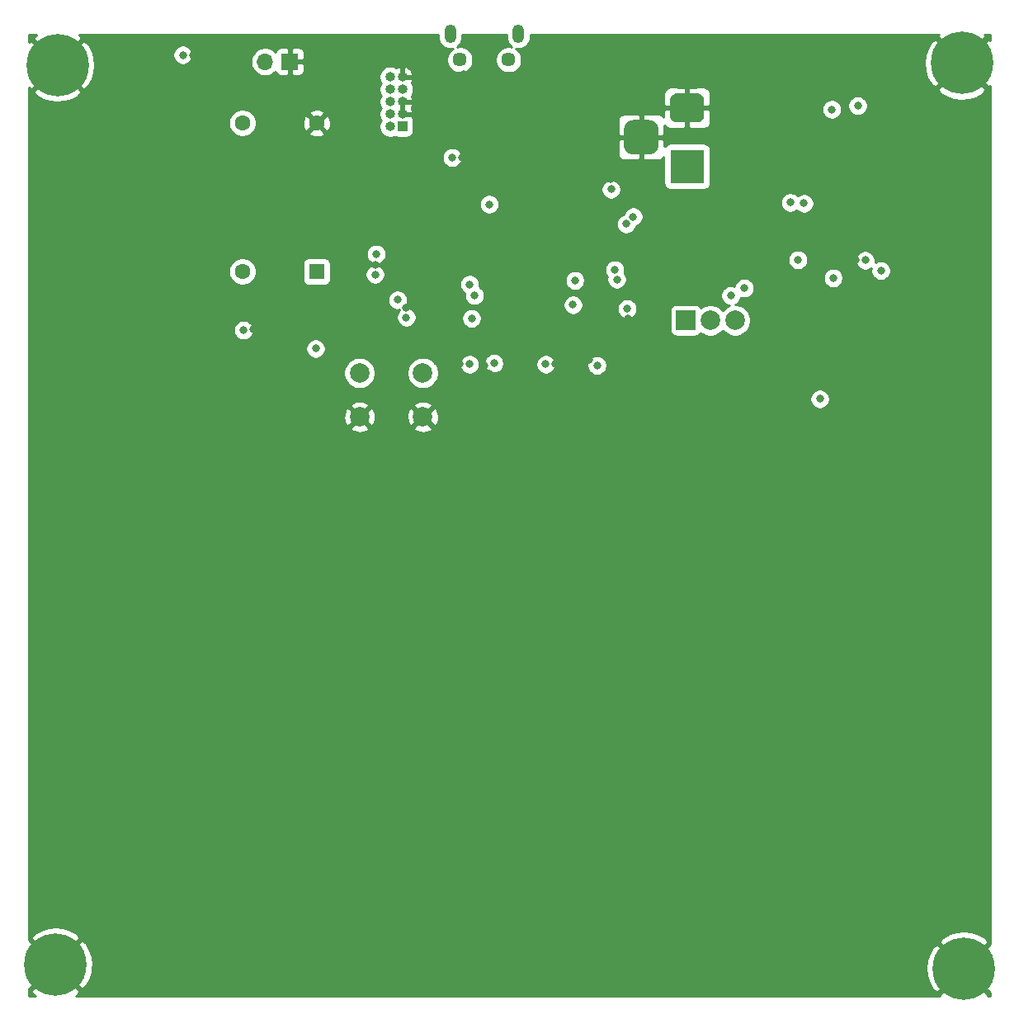
<source format=gbr>
G04 #@! TF.GenerationSoftware,KiCad,Pcbnew,5.1.5+dfsg1-2build2*
G04 #@! TF.CreationDate,2021-02-28T13:03:34-05:00*
G04 #@! TF.ProjectId,gpsdo,67707364-6f2e-46b6-9963-61645f706362,rev?*
G04 #@! TF.SameCoordinates,Original*
G04 #@! TF.FileFunction,Copper,L2,Inr*
G04 #@! TF.FilePolarity,Positive*
%FSLAX46Y46*%
G04 Gerber Fmt 4.6, Leading zero omitted, Abs format (unit mm)*
G04 Created by KiCad (PCBNEW 5.1.5+dfsg1-2build2) date 2021-02-28 13:03:34*
%MOMM*%
%LPD*%
G04 APERTURE LIST*
%ADD10C,6.400000*%
%ADD11O,1.000000X1.000000*%
%ADD12R,1.000000X1.000000*%
%ADD13C,0.100000*%
%ADD14R,3.500000X3.500000*%
%ADD15O,1.200000X1.900000*%
%ADD16C,1.450000*%
%ADD17O,1.700000X1.700000*%
%ADD18R,1.700000X1.700000*%
%ADD19C,2.000000*%
%ADD20R,2.000000X2.000000*%
%ADD21C,1.600000*%
%ADD22R,1.600000X1.600000*%
%ADD23C,0.800000*%
%ADD24C,0.254000*%
G04 APERTURE END LIST*
D10*
X96400000Y-3600000D03*
X3600000Y-3800000D03*
X3400000Y-96100000D03*
X96600000Y-96500000D03*
D11*
X37730000Y-5020000D03*
X39000000Y-5020000D03*
X37730000Y-6290000D03*
X39000000Y-6290000D03*
X37730000Y-7560000D03*
X39000000Y-7560000D03*
X37730000Y-8830000D03*
X39000000Y-8830000D03*
X37730000Y-10100000D03*
D12*
X39000000Y-10100000D03*
G04 #@! TA.AperFunction,ViaPad*
D13*
G36*
X64460765Y-9454213D02*
G01*
X64545704Y-9466813D01*
X64628999Y-9487677D01*
X64709848Y-9516605D01*
X64787472Y-9553319D01*
X64861124Y-9597464D01*
X64930094Y-9648616D01*
X64993718Y-9706282D01*
X65051384Y-9769906D01*
X65102536Y-9838876D01*
X65146681Y-9912528D01*
X65183395Y-9990152D01*
X65212323Y-10071001D01*
X65233187Y-10154296D01*
X65245787Y-10239235D01*
X65250000Y-10325000D01*
X65250000Y-12075000D01*
X65245787Y-12160765D01*
X65233187Y-12245704D01*
X65212323Y-12328999D01*
X65183395Y-12409848D01*
X65146681Y-12487472D01*
X65102536Y-12561124D01*
X65051384Y-12630094D01*
X64993718Y-12693718D01*
X64930094Y-12751384D01*
X64861124Y-12802536D01*
X64787472Y-12846681D01*
X64709848Y-12883395D01*
X64628999Y-12912323D01*
X64545704Y-12933187D01*
X64460765Y-12945787D01*
X64375000Y-12950000D01*
X62625000Y-12950000D01*
X62539235Y-12945787D01*
X62454296Y-12933187D01*
X62371001Y-12912323D01*
X62290152Y-12883395D01*
X62212528Y-12846681D01*
X62138876Y-12802536D01*
X62069906Y-12751384D01*
X62006282Y-12693718D01*
X61948616Y-12630094D01*
X61897464Y-12561124D01*
X61853319Y-12487472D01*
X61816605Y-12409848D01*
X61787677Y-12328999D01*
X61766813Y-12245704D01*
X61754213Y-12160765D01*
X61750000Y-12075000D01*
X61750000Y-10325000D01*
X61754213Y-10239235D01*
X61766813Y-10154296D01*
X61787677Y-10071001D01*
X61816605Y-9990152D01*
X61853319Y-9912528D01*
X61897464Y-9838876D01*
X61948616Y-9769906D01*
X62006282Y-9706282D01*
X62069906Y-9648616D01*
X62138876Y-9597464D01*
X62212528Y-9553319D01*
X62290152Y-9516605D01*
X62371001Y-9487677D01*
X62454296Y-9466813D01*
X62539235Y-9454213D01*
X62625000Y-9450000D01*
X64375000Y-9450000D01*
X64460765Y-9454213D01*
G37*
G04 #@! TD.AperFunction*
G04 #@! TA.AperFunction,ViaPad*
G36*
X69273513Y-6703611D02*
G01*
X69346318Y-6714411D01*
X69417714Y-6732295D01*
X69487013Y-6757090D01*
X69553548Y-6788559D01*
X69616678Y-6826398D01*
X69675795Y-6870242D01*
X69730330Y-6919670D01*
X69779758Y-6974205D01*
X69823602Y-7033322D01*
X69861441Y-7096452D01*
X69892910Y-7162987D01*
X69917705Y-7232286D01*
X69935589Y-7303682D01*
X69946389Y-7376487D01*
X69950000Y-7450000D01*
X69950000Y-8950000D01*
X69946389Y-9023513D01*
X69935589Y-9096318D01*
X69917705Y-9167714D01*
X69892910Y-9237013D01*
X69861441Y-9303548D01*
X69823602Y-9366678D01*
X69779758Y-9425795D01*
X69730330Y-9480330D01*
X69675795Y-9529758D01*
X69616678Y-9573602D01*
X69553548Y-9611441D01*
X69487013Y-9642910D01*
X69417714Y-9667705D01*
X69346318Y-9685589D01*
X69273513Y-9696389D01*
X69200000Y-9700000D01*
X67200000Y-9700000D01*
X67126487Y-9696389D01*
X67053682Y-9685589D01*
X66982286Y-9667705D01*
X66912987Y-9642910D01*
X66846452Y-9611441D01*
X66783322Y-9573602D01*
X66724205Y-9529758D01*
X66669670Y-9480330D01*
X66620242Y-9425795D01*
X66576398Y-9366678D01*
X66538559Y-9303548D01*
X66507090Y-9237013D01*
X66482295Y-9167714D01*
X66464411Y-9096318D01*
X66453611Y-9023513D01*
X66450000Y-8950000D01*
X66450000Y-7450000D01*
X66453611Y-7376487D01*
X66464411Y-7303682D01*
X66482295Y-7232286D01*
X66507090Y-7162987D01*
X66538559Y-7096452D01*
X66576398Y-7033322D01*
X66620242Y-6974205D01*
X66669670Y-6919670D01*
X66724205Y-6870242D01*
X66783322Y-6826398D01*
X66846452Y-6788559D01*
X66912987Y-6757090D01*
X66982286Y-6732295D01*
X67053682Y-6714411D01*
X67126487Y-6703611D01*
X67200000Y-6700000D01*
X69200000Y-6700000D01*
X69273513Y-6703611D01*
G37*
G04 #@! TD.AperFunction*
D14*
X68200000Y-14200000D03*
D15*
X43900000Y-562500D03*
X50900000Y-562500D03*
D16*
X44900000Y-3262500D03*
X49900000Y-3262500D03*
D17*
X24910000Y-3460000D03*
D18*
X27450000Y-3460000D03*
D19*
X34600000Y-39900000D03*
X34600000Y-35400000D03*
X41100000Y-39900000D03*
X41100000Y-35400000D03*
X73140000Y-30000000D03*
X70600000Y-30000000D03*
D20*
X68060000Y-30000000D03*
D21*
X30200000Y-9760000D03*
X22580000Y-9760000D03*
X22580000Y-25000000D03*
D22*
X30200000Y-25000000D03*
D23*
X44866664Y-51400000D03*
X10333333Y-51400000D03*
X84333328Y-51400000D03*
X25133332Y-51400000D03*
X39933331Y-51400000D03*
X49799997Y-51400000D03*
X30066665Y-51400000D03*
X34999998Y-51400000D03*
X5400000Y-51400000D03*
X79399995Y-51400000D03*
X69533329Y-51400000D03*
X15266666Y-51400000D03*
X64599996Y-51400000D03*
X20199999Y-51400000D03*
X54733330Y-51400000D03*
X59666663Y-51400000D03*
X89266661Y-51400000D03*
X94200000Y-51400000D03*
X74466662Y-51400000D03*
X44866664Y-60600000D03*
X10333333Y-60600000D03*
X84333328Y-60600000D03*
X25133332Y-60600000D03*
X39933331Y-60600000D03*
X49799997Y-60600000D03*
X30066665Y-60600000D03*
X34999998Y-60600000D03*
X5400000Y-60600000D03*
X79399995Y-60600000D03*
X69533329Y-60600000D03*
X15266666Y-60600000D03*
X64599996Y-60600000D03*
X20199999Y-60600000D03*
X54733330Y-60600000D03*
X59666663Y-60600000D03*
X89266661Y-60600000D03*
X94200000Y-60600000D03*
X74466662Y-60600000D03*
X44866664Y-63200000D03*
X10333333Y-63200000D03*
X84333328Y-63200000D03*
X25133332Y-63200000D03*
X39933331Y-63200000D03*
X49799997Y-63200000D03*
X30066665Y-63200000D03*
X34999998Y-63200000D03*
X5400000Y-63200000D03*
X79399995Y-63200000D03*
X69533329Y-63200000D03*
X15266666Y-63200000D03*
X64599996Y-63200000D03*
X20199999Y-63200000D03*
X54733330Y-63200000D03*
X59666663Y-63200000D03*
X89266661Y-63200000D03*
X94200000Y-63200000D03*
X74466662Y-63200000D03*
X44866664Y-72400000D03*
X10333333Y-72400000D03*
X84333328Y-72400000D03*
X25133332Y-72400000D03*
X39933331Y-72400000D03*
X49799997Y-72400000D03*
X30066665Y-72400000D03*
X34999998Y-72400000D03*
X5400000Y-72400000D03*
X79399995Y-72400000D03*
X69533329Y-72400000D03*
X15266666Y-72400000D03*
X64599996Y-72400000D03*
X20199999Y-72400000D03*
X54733330Y-72400000D03*
X59666663Y-72400000D03*
X89266661Y-72400000D03*
X94200000Y-72400000D03*
X74466662Y-72400000D03*
X44866664Y-75200000D03*
X10333333Y-75200000D03*
X84333328Y-75200000D03*
X25133332Y-75200000D03*
X39933331Y-75200000D03*
X49799997Y-75200000D03*
X30066665Y-75200000D03*
X34999998Y-75200000D03*
X5400000Y-75200000D03*
X79399995Y-75200000D03*
X69533329Y-75200000D03*
X15266666Y-75200000D03*
X64599996Y-75200000D03*
X20199999Y-75200000D03*
X54733330Y-75200000D03*
X59666663Y-75200000D03*
X89266661Y-75200000D03*
X94200000Y-75200000D03*
X74466662Y-75200000D03*
X44866664Y-84000000D03*
X10333333Y-84000000D03*
X84333328Y-84000000D03*
X25133332Y-84000000D03*
X39933331Y-84000000D03*
X49799997Y-84000000D03*
X30066665Y-84000000D03*
X34999998Y-84000000D03*
X5400000Y-84000000D03*
X79399995Y-84000000D03*
X69533329Y-84000000D03*
X15266666Y-84000000D03*
X64599996Y-84000000D03*
X20199999Y-84000000D03*
X54733330Y-84000000D03*
X59666663Y-84000000D03*
X89266661Y-84000000D03*
X94200000Y-84000000D03*
X74466662Y-84000000D03*
X44866664Y-87600000D03*
X10333333Y-87600000D03*
X84333328Y-87600000D03*
X25133332Y-87600000D03*
X39933331Y-87600000D03*
X49799997Y-87600000D03*
X30066665Y-87600000D03*
X34999998Y-87600000D03*
X5400000Y-87600000D03*
X79399995Y-87600000D03*
X69533329Y-87600000D03*
X15266666Y-87600000D03*
X64599996Y-87600000D03*
X20199999Y-87600000D03*
X54733330Y-87600000D03*
X59666663Y-87600000D03*
X89266661Y-87600000D03*
X94200000Y-87600000D03*
X74466662Y-87600000D03*
X89100000Y-10460000D03*
X85330000Y-12300000D03*
X85490000Y-23770000D03*
X78750000Y-22390000D03*
X86380000Y-29660000D03*
X77000000Y-35200000D03*
X52200000Y-12370000D03*
X45310000Y-4780000D03*
X45330000Y-12110000D03*
X60340000Y-15520000D03*
X62410000Y-17030000D03*
X62135791Y-29807836D03*
X58170000Y-34050000D03*
X47400000Y-34600000D03*
X44900000Y-34500000D03*
X54700003Y-34500000D03*
X53300000Y-38700000D03*
X51700000Y-38800000D03*
X47800000Y-38700000D03*
X54300000Y-35700000D03*
X52100000Y-33100000D03*
X47900000Y-35500000D03*
X49626620Y-33800000D03*
X39400000Y-28700000D03*
X23693886Y-30889569D03*
X62000000Y-38200000D03*
X45100000Y-13300000D03*
X34600000Y-29700000D03*
X29800000Y-31300000D03*
X39100000Y-32800000D03*
X36200000Y-24300000D03*
X5400000Y-48600000D03*
X15266666Y-48600000D03*
X25133332Y-48600000D03*
X34999998Y-48600000D03*
X44866664Y-48600000D03*
X54733330Y-48600000D03*
X64599996Y-48600000D03*
X74466662Y-48600000D03*
X84333328Y-48600000D03*
X94200000Y-48600000D03*
X10333333Y-48600000D03*
X20199999Y-48600000D03*
X30066665Y-48600000D03*
X39933331Y-48600000D03*
X49799997Y-48600000D03*
X59666663Y-48600000D03*
X69533329Y-48600000D03*
X79399995Y-48600000D03*
X89266661Y-48600000D03*
X18650000Y-8130000D03*
X17490000Y-2830000D03*
X46100000Y-29800000D03*
X86487836Y-23835791D03*
X81840000Y-38060000D03*
X60420000Y-16560000D03*
X62070000Y-28810000D03*
X58983057Y-34632189D03*
X48400000Y-34400000D03*
X45900000Y-34500000D03*
X53700000Y-34500000D03*
X39400000Y-29700000D03*
X22700000Y-31000000D03*
X44099997Y-13300000D03*
X30100000Y-32900000D03*
X36300000Y-23200000D03*
X36200000Y-25300000D03*
X16470000Y-2770000D03*
X72700000Y-27446695D03*
X46405598Y-27446695D03*
X45900000Y-26300000D03*
X74100000Y-26700002D03*
X83060000Y-8350000D03*
X85733315Y-7970000D03*
X56500000Y-28400000D03*
X38500000Y-27900000D03*
X79600000Y-23800000D03*
X56700000Y-25900000D03*
X47900000Y-18100000D03*
X83200000Y-25646685D03*
X61000000Y-25800000D03*
X88100000Y-24900000D03*
X60800000Y-24800000D03*
X61951746Y-20108012D03*
X80200000Y-18000000D03*
X62690573Y-19361327D03*
X78800000Y-17900000D03*
D24*
G36*
X1078724Y-1099119D02*
G01*
X3600000Y-3620395D01*
X6121276Y-1099119D01*
X5798270Y-660000D01*
X42665000Y-660000D01*
X42665000Y-973164D01*
X42682870Y-1154601D01*
X42753489Y-1387400D01*
X42868167Y-1601948D01*
X43022498Y-1790002D01*
X43210551Y-1944333D01*
X43425099Y-2059011D01*
X43657898Y-2129630D01*
X43900000Y-2153475D01*
X44142101Y-2129630D01*
X44152035Y-2126616D01*
X44033051Y-2206119D01*
X43843619Y-2395551D01*
X43694784Y-2618299D01*
X43592264Y-2865803D01*
X43540000Y-3128552D01*
X43540000Y-3396448D01*
X43592264Y-3659197D01*
X43694784Y-3906701D01*
X43843619Y-4129449D01*
X44033051Y-4318881D01*
X44255799Y-4467716D01*
X44503303Y-4570236D01*
X44766052Y-4622500D01*
X45033948Y-4622500D01*
X45296697Y-4570236D01*
X45544201Y-4467716D01*
X45766949Y-4318881D01*
X45956381Y-4129449D01*
X46105216Y-3906701D01*
X46207736Y-3659197D01*
X46260000Y-3396448D01*
X46260000Y-3128552D01*
X46207736Y-2865803D01*
X46105216Y-2618299D01*
X45956381Y-2395551D01*
X45766949Y-2206119D01*
X45544201Y-2057284D01*
X45296697Y-1954764D01*
X45033948Y-1902500D01*
X44766052Y-1902500D01*
X44600231Y-1935484D01*
X44777502Y-1790002D01*
X44931833Y-1601949D01*
X45046511Y-1387401D01*
X45117130Y-1154602D01*
X45135000Y-973165D01*
X45135000Y-660000D01*
X49665000Y-660000D01*
X49665000Y-973165D01*
X49682870Y-1154602D01*
X49753489Y-1387401D01*
X49868168Y-1601949D01*
X50022499Y-1790002D01*
X50199769Y-1935484D01*
X50033948Y-1902500D01*
X49766052Y-1902500D01*
X49503303Y-1954764D01*
X49255799Y-2057284D01*
X49033051Y-2206119D01*
X48843619Y-2395551D01*
X48694784Y-2618299D01*
X48592264Y-2865803D01*
X48540000Y-3128552D01*
X48540000Y-3396448D01*
X48592264Y-3659197D01*
X48694784Y-3906701D01*
X48843619Y-4129449D01*
X49033051Y-4318881D01*
X49255799Y-4467716D01*
X49503303Y-4570236D01*
X49766052Y-4622500D01*
X50033948Y-4622500D01*
X50296697Y-4570236D01*
X50544201Y-4467716D01*
X50766949Y-4318881D01*
X50956381Y-4129449D01*
X51105216Y-3906701D01*
X51207736Y-3659197D01*
X51224345Y-3575695D01*
X92546520Y-3575695D01*
X92615822Y-4327938D01*
X92830548Y-5052208D01*
X93182445Y-5720670D01*
X93209452Y-5761088D01*
X93699119Y-6121276D01*
X96220395Y-3600000D01*
X93699119Y-1078724D01*
X93209452Y-1438912D01*
X92849151Y-2102882D01*
X92625306Y-2824385D01*
X92546520Y-3575695D01*
X51224345Y-3575695D01*
X51260000Y-3396448D01*
X51260000Y-3128552D01*
X51207736Y-2865803D01*
X51105216Y-2618299D01*
X50956381Y-2395551D01*
X50766949Y-2206119D01*
X50647965Y-2126616D01*
X50657899Y-2129630D01*
X50900000Y-2153475D01*
X51142102Y-2129630D01*
X51374901Y-2059011D01*
X51589449Y-1944333D01*
X51777502Y-1790002D01*
X51931833Y-1601949D01*
X52046511Y-1387401D01*
X52117130Y-1154601D01*
X52135000Y-973164D01*
X52135000Y-660000D01*
X94054615Y-660000D01*
X93878724Y-899119D01*
X96400000Y-3420395D01*
X98921276Y-899119D01*
X98745385Y-660000D01*
X99340000Y-660000D01*
X99340000Y-1254615D01*
X99100881Y-1078724D01*
X96579605Y-3600000D01*
X99100881Y-6121276D01*
X99340000Y-5945385D01*
X99340001Y-94007500D01*
X99300881Y-93978724D01*
X96779605Y-96500000D01*
X99300881Y-99021276D01*
X99340001Y-98992500D01*
X99340001Y-99340000D01*
X99018943Y-99340000D01*
X99121276Y-99200881D01*
X96600000Y-96679605D01*
X94078724Y-99200881D01*
X94181057Y-99340000D01*
X5478034Y-99340000D01*
X5520670Y-99317555D01*
X5561088Y-99290548D01*
X5921276Y-98800881D01*
X3400000Y-96279605D01*
X878724Y-98800881D01*
X1238912Y-99290548D01*
X1330043Y-99340000D01*
X660000Y-99340000D01*
X660000Y-98592501D01*
X699119Y-98621276D01*
X3220395Y-96100000D01*
X3579605Y-96100000D01*
X6100881Y-98621276D01*
X6590548Y-98261088D01*
X6950849Y-97597118D01*
X7174694Y-96875615D01*
X7216631Y-96475695D01*
X92746520Y-96475695D01*
X92815822Y-97227938D01*
X93030548Y-97952208D01*
X93382445Y-98620670D01*
X93409452Y-98661088D01*
X93899119Y-99021276D01*
X96420395Y-96500000D01*
X93899119Y-93978724D01*
X93409452Y-94338912D01*
X93049151Y-95002882D01*
X92825306Y-95724385D01*
X92746520Y-96475695D01*
X7216631Y-96475695D01*
X7253480Y-96124305D01*
X7184178Y-95372062D01*
X6969452Y-94647792D01*
X6617555Y-93979330D01*
X6590548Y-93938912D01*
X6400503Y-93799119D01*
X94078724Y-93799119D01*
X96600000Y-96320395D01*
X99121276Y-93799119D01*
X98761088Y-93309452D01*
X98097118Y-92949151D01*
X97375615Y-92725306D01*
X96624305Y-92646520D01*
X95872062Y-92715822D01*
X95147792Y-92930548D01*
X94479330Y-93282445D01*
X94438912Y-93309452D01*
X94078724Y-93799119D01*
X6400503Y-93799119D01*
X6100881Y-93578724D01*
X3579605Y-96100000D01*
X3220395Y-96100000D01*
X699119Y-93578724D01*
X660000Y-93607499D01*
X660000Y-93399119D01*
X878724Y-93399119D01*
X3400000Y-95920395D01*
X5921276Y-93399119D01*
X5561088Y-92909452D01*
X4897118Y-92549151D01*
X4175615Y-92325306D01*
X3424305Y-92246520D01*
X2672062Y-92315822D01*
X1947792Y-92530548D01*
X1279330Y-92882445D01*
X1238912Y-92909452D01*
X878724Y-93399119D01*
X660000Y-93399119D01*
X660000Y-41035413D01*
X33644192Y-41035413D01*
X33739956Y-41299814D01*
X34029571Y-41440704D01*
X34341108Y-41522384D01*
X34662595Y-41541718D01*
X34981675Y-41497961D01*
X35286088Y-41392795D01*
X35460044Y-41299814D01*
X35555808Y-41035413D01*
X40144192Y-41035413D01*
X40239956Y-41299814D01*
X40529571Y-41440704D01*
X40841108Y-41522384D01*
X41162595Y-41541718D01*
X41481675Y-41497961D01*
X41786088Y-41392795D01*
X41960044Y-41299814D01*
X42055808Y-41035413D01*
X41100000Y-40079605D01*
X40144192Y-41035413D01*
X35555808Y-41035413D01*
X34600000Y-40079605D01*
X33644192Y-41035413D01*
X660000Y-41035413D01*
X660000Y-39962595D01*
X32958282Y-39962595D01*
X33002039Y-40281675D01*
X33107205Y-40586088D01*
X33200186Y-40760044D01*
X33464587Y-40855808D01*
X34420395Y-39900000D01*
X34779605Y-39900000D01*
X35735413Y-40855808D01*
X35999814Y-40760044D01*
X36140704Y-40470429D01*
X36222384Y-40158892D01*
X36234189Y-39962595D01*
X39458282Y-39962595D01*
X39502039Y-40281675D01*
X39607205Y-40586088D01*
X39700186Y-40760044D01*
X39964587Y-40855808D01*
X40920395Y-39900000D01*
X41279605Y-39900000D01*
X42235413Y-40855808D01*
X42499814Y-40760044D01*
X42640704Y-40470429D01*
X42722384Y-40158892D01*
X42741718Y-39837405D01*
X42697961Y-39518325D01*
X42592795Y-39213912D01*
X42499814Y-39039956D01*
X42235413Y-38944192D01*
X41279605Y-39900000D01*
X40920395Y-39900000D01*
X39964587Y-38944192D01*
X39700186Y-39039956D01*
X39559296Y-39329571D01*
X39477616Y-39641108D01*
X39458282Y-39962595D01*
X36234189Y-39962595D01*
X36241718Y-39837405D01*
X36197961Y-39518325D01*
X36092795Y-39213912D01*
X35999814Y-39039956D01*
X35735413Y-38944192D01*
X34779605Y-39900000D01*
X34420395Y-39900000D01*
X33464587Y-38944192D01*
X33200186Y-39039956D01*
X33059296Y-39329571D01*
X32977616Y-39641108D01*
X32958282Y-39962595D01*
X660000Y-39962595D01*
X660000Y-38764587D01*
X33644192Y-38764587D01*
X34600000Y-39720395D01*
X35555808Y-38764587D01*
X40144192Y-38764587D01*
X41100000Y-39720395D01*
X42055808Y-38764587D01*
X41960044Y-38500186D01*
X41670429Y-38359296D01*
X41358892Y-38277616D01*
X41037405Y-38258282D01*
X40718325Y-38302039D01*
X40413912Y-38407205D01*
X40239956Y-38500186D01*
X40144192Y-38764587D01*
X35555808Y-38764587D01*
X35460044Y-38500186D01*
X35170429Y-38359296D01*
X34858892Y-38277616D01*
X34537405Y-38258282D01*
X34218325Y-38302039D01*
X33913912Y-38407205D01*
X33739956Y-38500186D01*
X33644192Y-38764587D01*
X660000Y-38764587D01*
X660000Y-37958061D01*
X80805000Y-37958061D01*
X80805000Y-38161939D01*
X80844774Y-38361898D01*
X80922795Y-38550256D01*
X81036063Y-38719774D01*
X81180226Y-38863937D01*
X81349744Y-38977205D01*
X81538102Y-39055226D01*
X81738061Y-39095000D01*
X81941939Y-39095000D01*
X82141898Y-39055226D01*
X82330256Y-38977205D01*
X82499774Y-38863937D01*
X82643937Y-38719774D01*
X82757205Y-38550256D01*
X82835226Y-38361898D01*
X82875000Y-38161939D01*
X82875000Y-37958061D01*
X82835226Y-37758102D01*
X82757205Y-37569744D01*
X82643937Y-37400226D01*
X82499774Y-37256063D01*
X82330256Y-37142795D01*
X82141898Y-37064774D01*
X81941939Y-37025000D01*
X81738061Y-37025000D01*
X81538102Y-37064774D01*
X81349744Y-37142795D01*
X81180226Y-37256063D01*
X81036063Y-37400226D01*
X80922795Y-37569744D01*
X80844774Y-37758102D01*
X80805000Y-37958061D01*
X660000Y-37958061D01*
X660000Y-35238967D01*
X32965000Y-35238967D01*
X32965000Y-35561033D01*
X33027832Y-35876912D01*
X33151082Y-36174463D01*
X33330013Y-36442252D01*
X33557748Y-36669987D01*
X33825537Y-36848918D01*
X34123088Y-36972168D01*
X34438967Y-37035000D01*
X34761033Y-37035000D01*
X35076912Y-36972168D01*
X35374463Y-36848918D01*
X35642252Y-36669987D01*
X35869987Y-36442252D01*
X36048918Y-36174463D01*
X36172168Y-35876912D01*
X36235000Y-35561033D01*
X36235000Y-35238967D01*
X39465000Y-35238967D01*
X39465000Y-35561033D01*
X39527832Y-35876912D01*
X39651082Y-36174463D01*
X39830013Y-36442252D01*
X40057748Y-36669987D01*
X40325537Y-36848918D01*
X40623088Y-36972168D01*
X40938967Y-37035000D01*
X41261033Y-37035000D01*
X41576912Y-36972168D01*
X41874463Y-36848918D01*
X42142252Y-36669987D01*
X42369987Y-36442252D01*
X42548918Y-36174463D01*
X42672168Y-35876912D01*
X42735000Y-35561033D01*
X42735000Y-35238967D01*
X42672168Y-34923088D01*
X42548918Y-34625537D01*
X42396924Y-34398061D01*
X44865000Y-34398061D01*
X44865000Y-34601939D01*
X44904774Y-34801898D01*
X44982795Y-34990256D01*
X45096063Y-35159774D01*
X45240226Y-35303937D01*
X45409744Y-35417205D01*
X45598102Y-35495226D01*
X45798061Y-35535000D01*
X46001939Y-35535000D01*
X46201898Y-35495226D01*
X46390256Y-35417205D01*
X46559774Y-35303937D01*
X46703937Y-35159774D01*
X46817205Y-34990256D01*
X46895226Y-34801898D01*
X46935000Y-34601939D01*
X46935000Y-34398061D01*
X46915109Y-34298061D01*
X47365000Y-34298061D01*
X47365000Y-34501939D01*
X47404774Y-34701898D01*
X47482795Y-34890256D01*
X47596063Y-35059774D01*
X47740226Y-35203937D01*
X47909744Y-35317205D01*
X48098102Y-35395226D01*
X48298061Y-35435000D01*
X48501939Y-35435000D01*
X48701898Y-35395226D01*
X48890256Y-35317205D01*
X49059774Y-35203937D01*
X49203937Y-35059774D01*
X49317205Y-34890256D01*
X49395226Y-34701898D01*
X49435000Y-34501939D01*
X49435000Y-34398061D01*
X52665000Y-34398061D01*
X52665000Y-34601939D01*
X52704774Y-34801898D01*
X52782795Y-34990256D01*
X52896063Y-35159774D01*
X53040226Y-35303937D01*
X53209744Y-35417205D01*
X53398102Y-35495226D01*
X53598061Y-35535000D01*
X53801939Y-35535000D01*
X54001898Y-35495226D01*
X54190256Y-35417205D01*
X54359774Y-35303937D01*
X54503937Y-35159774D01*
X54617205Y-34990256D01*
X54695226Y-34801898D01*
X54735000Y-34601939D01*
X54735000Y-34530250D01*
X57948057Y-34530250D01*
X57948057Y-34734128D01*
X57987831Y-34934087D01*
X58065852Y-35122445D01*
X58179120Y-35291963D01*
X58323283Y-35436126D01*
X58492801Y-35549394D01*
X58681159Y-35627415D01*
X58881118Y-35667189D01*
X59084996Y-35667189D01*
X59284955Y-35627415D01*
X59473313Y-35549394D01*
X59642831Y-35436126D01*
X59786994Y-35291963D01*
X59900262Y-35122445D01*
X59978283Y-34934087D01*
X60018057Y-34734128D01*
X60018057Y-34530250D01*
X59978283Y-34330291D01*
X59900262Y-34141933D01*
X59786994Y-33972415D01*
X59642831Y-33828252D01*
X59473313Y-33714984D01*
X59284955Y-33636963D01*
X59084996Y-33597189D01*
X58881118Y-33597189D01*
X58681159Y-33636963D01*
X58492801Y-33714984D01*
X58323283Y-33828252D01*
X58179120Y-33972415D01*
X58065852Y-34141933D01*
X57987831Y-34330291D01*
X57948057Y-34530250D01*
X54735000Y-34530250D01*
X54735000Y-34398061D01*
X54695226Y-34198102D01*
X54617205Y-34009744D01*
X54503937Y-33840226D01*
X54359774Y-33696063D01*
X54190256Y-33582795D01*
X54001898Y-33504774D01*
X53801939Y-33465000D01*
X53598061Y-33465000D01*
X53398102Y-33504774D01*
X53209744Y-33582795D01*
X53040226Y-33696063D01*
X52896063Y-33840226D01*
X52782795Y-34009744D01*
X52704774Y-34198102D01*
X52665000Y-34398061D01*
X49435000Y-34398061D01*
X49435000Y-34298061D01*
X49395226Y-34098102D01*
X49317205Y-33909744D01*
X49203937Y-33740226D01*
X49059774Y-33596063D01*
X48890256Y-33482795D01*
X48701898Y-33404774D01*
X48501939Y-33365000D01*
X48298061Y-33365000D01*
X48098102Y-33404774D01*
X47909744Y-33482795D01*
X47740226Y-33596063D01*
X47596063Y-33740226D01*
X47482795Y-33909744D01*
X47404774Y-34098102D01*
X47365000Y-34298061D01*
X46915109Y-34298061D01*
X46895226Y-34198102D01*
X46817205Y-34009744D01*
X46703937Y-33840226D01*
X46559774Y-33696063D01*
X46390256Y-33582795D01*
X46201898Y-33504774D01*
X46001939Y-33465000D01*
X45798061Y-33465000D01*
X45598102Y-33504774D01*
X45409744Y-33582795D01*
X45240226Y-33696063D01*
X45096063Y-33840226D01*
X44982795Y-34009744D01*
X44904774Y-34198102D01*
X44865000Y-34398061D01*
X42396924Y-34398061D01*
X42369987Y-34357748D01*
X42142252Y-34130013D01*
X41874463Y-33951082D01*
X41576912Y-33827832D01*
X41261033Y-33765000D01*
X40938967Y-33765000D01*
X40623088Y-33827832D01*
X40325537Y-33951082D01*
X40057748Y-34130013D01*
X39830013Y-34357748D01*
X39651082Y-34625537D01*
X39527832Y-34923088D01*
X39465000Y-35238967D01*
X36235000Y-35238967D01*
X36172168Y-34923088D01*
X36048918Y-34625537D01*
X35869987Y-34357748D01*
X35642252Y-34130013D01*
X35374463Y-33951082D01*
X35076912Y-33827832D01*
X34761033Y-33765000D01*
X34438967Y-33765000D01*
X34123088Y-33827832D01*
X33825537Y-33951082D01*
X33557748Y-34130013D01*
X33330013Y-34357748D01*
X33151082Y-34625537D01*
X33027832Y-34923088D01*
X32965000Y-35238967D01*
X660000Y-35238967D01*
X660000Y-32798061D01*
X29065000Y-32798061D01*
X29065000Y-33001939D01*
X29104774Y-33201898D01*
X29182795Y-33390256D01*
X29296063Y-33559774D01*
X29440226Y-33703937D01*
X29609744Y-33817205D01*
X29798102Y-33895226D01*
X29998061Y-33935000D01*
X30201939Y-33935000D01*
X30401898Y-33895226D01*
X30590256Y-33817205D01*
X30759774Y-33703937D01*
X30903937Y-33559774D01*
X31017205Y-33390256D01*
X31095226Y-33201898D01*
X31135000Y-33001939D01*
X31135000Y-32798061D01*
X31095226Y-32598102D01*
X31017205Y-32409744D01*
X30903937Y-32240226D01*
X30759774Y-32096063D01*
X30590256Y-31982795D01*
X30401898Y-31904774D01*
X30201939Y-31865000D01*
X29998061Y-31865000D01*
X29798102Y-31904774D01*
X29609744Y-31982795D01*
X29440226Y-32096063D01*
X29296063Y-32240226D01*
X29182795Y-32409744D01*
X29104774Y-32598102D01*
X29065000Y-32798061D01*
X660000Y-32798061D01*
X660000Y-30898061D01*
X21665000Y-30898061D01*
X21665000Y-31101939D01*
X21704774Y-31301898D01*
X21782795Y-31490256D01*
X21896063Y-31659774D01*
X22040226Y-31803937D01*
X22209744Y-31917205D01*
X22398102Y-31995226D01*
X22598061Y-32035000D01*
X22801939Y-32035000D01*
X23001898Y-31995226D01*
X23190256Y-31917205D01*
X23359774Y-31803937D01*
X23503937Y-31659774D01*
X23617205Y-31490256D01*
X23695226Y-31301898D01*
X23735000Y-31101939D01*
X23735000Y-30898061D01*
X23695226Y-30698102D01*
X23617205Y-30509744D01*
X23503937Y-30340226D01*
X23359774Y-30196063D01*
X23190256Y-30082795D01*
X23001898Y-30004774D01*
X22801939Y-29965000D01*
X22598061Y-29965000D01*
X22398102Y-30004774D01*
X22209744Y-30082795D01*
X22040226Y-30196063D01*
X21896063Y-30340226D01*
X21782795Y-30509744D01*
X21704774Y-30698102D01*
X21665000Y-30898061D01*
X660000Y-30898061D01*
X660000Y-27798061D01*
X37465000Y-27798061D01*
X37465000Y-28001939D01*
X37504774Y-28201898D01*
X37582795Y-28390256D01*
X37696063Y-28559774D01*
X37840226Y-28703937D01*
X38009744Y-28817205D01*
X38198102Y-28895226D01*
X38398061Y-28935000D01*
X38601939Y-28935000D01*
X38725958Y-28910331D01*
X38596063Y-29040226D01*
X38482795Y-29209744D01*
X38404774Y-29398102D01*
X38365000Y-29598061D01*
X38365000Y-29801939D01*
X38404774Y-30001898D01*
X38482795Y-30190256D01*
X38596063Y-30359774D01*
X38740226Y-30503937D01*
X38909744Y-30617205D01*
X39098102Y-30695226D01*
X39298061Y-30735000D01*
X39501939Y-30735000D01*
X39701898Y-30695226D01*
X39890256Y-30617205D01*
X40059774Y-30503937D01*
X40203937Y-30359774D01*
X40317205Y-30190256D01*
X40395226Y-30001898D01*
X40435000Y-29801939D01*
X40435000Y-29698061D01*
X45065000Y-29698061D01*
X45065000Y-29901939D01*
X45104774Y-30101898D01*
X45182795Y-30290256D01*
X45296063Y-30459774D01*
X45440226Y-30603937D01*
X45609744Y-30717205D01*
X45798102Y-30795226D01*
X45998061Y-30835000D01*
X46201939Y-30835000D01*
X46401898Y-30795226D01*
X46590256Y-30717205D01*
X46759774Y-30603937D01*
X46903937Y-30459774D01*
X47017205Y-30290256D01*
X47095226Y-30101898D01*
X47135000Y-29901939D01*
X47135000Y-29698061D01*
X47095226Y-29498102D01*
X47017205Y-29309744D01*
X46903937Y-29140226D01*
X46759774Y-28996063D01*
X46590256Y-28882795D01*
X46401898Y-28804774D01*
X46201939Y-28765000D01*
X45998061Y-28765000D01*
X45798102Y-28804774D01*
X45609744Y-28882795D01*
X45440226Y-28996063D01*
X45296063Y-29140226D01*
X45182795Y-29309744D01*
X45104774Y-29498102D01*
X45065000Y-29698061D01*
X40435000Y-29698061D01*
X40435000Y-29598061D01*
X40395226Y-29398102D01*
X40317205Y-29209744D01*
X40203937Y-29040226D01*
X40059774Y-28896063D01*
X39890256Y-28782795D01*
X39701898Y-28704774D01*
X39501939Y-28665000D01*
X39298061Y-28665000D01*
X39174042Y-28689669D01*
X39303937Y-28559774D01*
X39417205Y-28390256D01*
X39495226Y-28201898D01*
X39535000Y-28001939D01*
X39535000Y-27798061D01*
X39495226Y-27598102D01*
X39417205Y-27409744D01*
X39303937Y-27240226D01*
X39159774Y-27096063D01*
X38990256Y-26982795D01*
X38801898Y-26904774D01*
X38601939Y-26865000D01*
X38398061Y-26865000D01*
X38198102Y-26904774D01*
X38009744Y-26982795D01*
X37840226Y-27096063D01*
X37696063Y-27240226D01*
X37582795Y-27409744D01*
X37504774Y-27598102D01*
X37465000Y-27798061D01*
X660000Y-27798061D01*
X660000Y-24858665D01*
X21145000Y-24858665D01*
X21145000Y-25141335D01*
X21200147Y-25418574D01*
X21308320Y-25679727D01*
X21465363Y-25914759D01*
X21665241Y-26114637D01*
X21900273Y-26271680D01*
X22161426Y-26379853D01*
X22438665Y-26435000D01*
X22721335Y-26435000D01*
X22998574Y-26379853D01*
X23259727Y-26271680D01*
X23494759Y-26114637D01*
X23694637Y-25914759D01*
X23851680Y-25679727D01*
X23959853Y-25418574D01*
X24015000Y-25141335D01*
X24015000Y-24858665D01*
X23959853Y-24581426D01*
X23851680Y-24320273D01*
X23771317Y-24200000D01*
X28761928Y-24200000D01*
X28761928Y-25800000D01*
X28774188Y-25924482D01*
X28810498Y-26044180D01*
X28869463Y-26154494D01*
X28948815Y-26251185D01*
X29045506Y-26330537D01*
X29155820Y-26389502D01*
X29275518Y-26425812D01*
X29400000Y-26438072D01*
X31000000Y-26438072D01*
X31124482Y-26425812D01*
X31244180Y-26389502D01*
X31354494Y-26330537D01*
X31451185Y-26251185D01*
X31530537Y-26154494D01*
X31589502Y-26044180D01*
X31625812Y-25924482D01*
X31638072Y-25800000D01*
X31638072Y-25198061D01*
X35165000Y-25198061D01*
X35165000Y-25401939D01*
X35204774Y-25601898D01*
X35282795Y-25790256D01*
X35396063Y-25959774D01*
X35540226Y-26103937D01*
X35709744Y-26217205D01*
X35898102Y-26295226D01*
X36098061Y-26335000D01*
X36301939Y-26335000D01*
X36501898Y-26295226D01*
X36690256Y-26217205D01*
X36718907Y-26198061D01*
X44865000Y-26198061D01*
X44865000Y-26401939D01*
X44904774Y-26601898D01*
X44982795Y-26790256D01*
X45096063Y-26959774D01*
X45240226Y-27103937D01*
X45397585Y-27209081D01*
X45370598Y-27344756D01*
X45370598Y-27548634D01*
X45410372Y-27748593D01*
X45488393Y-27936951D01*
X45601661Y-28106469D01*
X45745824Y-28250632D01*
X45915342Y-28363900D01*
X46103700Y-28441921D01*
X46303659Y-28481695D01*
X46507537Y-28481695D01*
X46707496Y-28441921D01*
X46895854Y-28363900D01*
X46994389Y-28298061D01*
X55465000Y-28298061D01*
X55465000Y-28501939D01*
X55504774Y-28701898D01*
X55582795Y-28890256D01*
X55696063Y-29059774D01*
X55840226Y-29203937D01*
X56009744Y-29317205D01*
X56198102Y-29395226D01*
X56398061Y-29435000D01*
X56601939Y-29435000D01*
X56801898Y-29395226D01*
X56990256Y-29317205D01*
X57159774Y-29203937D01*
X57303937Y-29059774D01*
X57417205Y-28890256D01*
X57492673Y-28708061D01*
X61035000Y-28708061D01*
X61035000Y-28911939D01*
X61074774Y-29111898D01*
X61152795Y-29300256D01*
X61266063Y-29469774D01*
X61410226Y-29613937D01*
X61579744Y-29727205D01*
X61768102Y-29805226D01*
X61968061Y-29845000D01*
X62171939Y-29845000D01*
X62371898Y-29805226D01*
X62560256Y-29727205D01*
X62729774Y-29613937D01*
X62873937Y-29469774D01*
X62987205Y-29300256D01*
X63065226Y-29111898D01*
X63087483Y-29000000D01*
X66421928Y-29000000D01*
X66421928Y-31000000D01*
X66434188Y-31124482D01*
X66470498Y-31244180D01*
X66529463Y-31354494D01*
X66608815Y-31451185D01*
X66705506Y-31530537D01*
X66815820Y-31589502D01*
X66935518Y-31625812D01*
X67060000Y-31638072D01*
X69060000Y-31638072D01*
X69184482Y-31625812D01*
X69304180Y-31589502D01*
X69414494Y-31530537D01*
X69511185Y-31451185D01*
X69590537Y-31354494D01*
X69615191Y-31308370D01*
X69825537Y-31448918D01*
X70123088Y-31572168D01*
X70438967Y-31635000D01*
X70761033Y-31635000D01*
X71076912Y-31572168D01*
X71374463Y-31448918D01*
X71642252Y-31269987D01*
X71869987Y-31042252D01*
X71870000Y-31042233D01*
X71870013Y-31042252D01*
X72097748Y-31269987D01*
X72365537Y-31448918D01*
X72663088Y-31572168D01*
X72978967Y-31635000D01*
X73301033Y-31635000D01*
X73616912Y-31572168D01*
X73914463Y-31448918D01*
X74182252Y-31269987D01*
X74409987Y-31042252D01*
X74588918Y-30774463D01*
X74712168Y-30476912D01*
X74775000Y-30161033D01*
X74775000Y-29838967D01*
X74712168Y-29523088D01*
X74588918Y-29225537D01*
X74409987Y-28957748D01*
X74182252Y-28730013D01*
X73914463Y-28551082D01*
X73616912Y-28427832D01*
X73301033Y-28365000D01*
X73187600Y-28365000D01*
X73190256Y-28363900D01*
X73359774Y-28250632D01*
X73503937Y-28106469D01*
X73617205Y-27936951D01*
X73695226Y-27748593D01*
X73712864Y-27659921D01*
X73798102Y-27695228D01*
X73998061Y-27735002D01*
X74201939Y-27735002D01*
X74401898Y-27695228D01*
X74590256Y-27617207D01*
X74759774Y-27503939D01*
X74903937Y-27359776D01*
X75017205Y-27190258D01*
X75095226Y-27001900D01*
X75135000Y-26801941D01*
X75135000Y-26598063D01*
X75095226Y-26398104D01*
X75017205Y-26209746D01*
X74903937Y-26040228D01*
X74759774Y-25896065D01*
X74590256Y-25782797D01*
X74401898Y-25704776D01*
X74201939Y-25665002D01*
X73998061Y-25665002D01*
X73798102Y-25704776D01*
X73609744Y-25782797D01*
X73440226Y-25896065D01*
X73296063Y-26040228D01*
X73182795Y-26209746D01*
X73104774Y-26398104D01*
X73087136Y-26486776D01*
X73001898Y-26451469D01*
X72801939Y-26411695D01*
X72598061Y-26411695D01*
X72398102Y-26451469D01*
X72209744Y-26529490D01*
X72040226Y-26642758D01*
X71896063Y-26786921D01*
X71782795Y-26956439D01*
X71704774Y-27144797D01*
X71665000Y-27344756D01*
X71665000Y-27548634D01*
X71704774Y-27748593D01*
X71782795Y-27936951D01*
X71896063Y-28106469D01*
X72040226Y-28250632D01*
X72209744Y-28363900D01*
X72398102Y-28441921D01*
X72554142Y-28472959D01*
X72365537Y-28551082D01*
X72097748Y-28730013D01*
X71870013Y-28957748D01*
X71870000Y-28957767D01*
X71869987Y-28957748D01*
X71642252Y-28730013D01*
X71374463Y-28551082D01*
X71076912Y-28427832D01*
X70761033Y-28365000D01*
X70438967Y-28365000D01*
X70123088Y-28427832D01*
X69825537Y-28551082D01*
X69615191Y-28691630D01*
X69590537Y-28645506D01*
X69511185Y-28548815D01*
X69414494Y-28469463D01*
X69304180Y-28410498D01*
X69184482Y-28374188D01*
X69060000Y-28361928D01*
X67060000Y-28361928D01*
X66935518Y-28374188D01*
X66815820Y-28410498D01*
X66705506Y-28469463D01*
X66608815Y-28548815D01*
X66529463Y-28645506D01*
X66470498Y-28755820D01*
X66434188Y-28875518D01*
X66421928Y-29000000D01*
X63087483Y-29000000D01*
X63105000Y-28911939D01*
X63105000Y-28708061D01*
X63065226Y-28508102D01*
X62987205Y-28319744D01*
X62873937Y-28150226D01*
X62729774Y-28006063D01*
X62560256Y-27892795D01*
X62371898Y-27814774D01*
X62171939Y-27775000D01*
X61968061Y-27775000D01*
X61768102Y-27814774D01*
X61579744Y-27892795D01*
X61410226Y-28006063D01*
X61266063Y-28150226D01*
X61152795Y-28319744D01*
X61074774Y-28508102D01*
X61035000Y-28708061D01*
X57492673Y-28708061D01*
X57495226Y-28701898D01*
X57535000Y-28501939D01*
X57535000Y-28298061D01*
X57495226Y-28098102D01*
X57417205Y-27909744D01*
X57303937Y-27740226D01*
X57159774Y-27596063D01*
X56990256Y-27482795D01*
X56801898Y-27404774D01*
X56601939Y-27365000D01*
X56398061Y-27365000D01*
X56198102Y-27404774D01*
X56009744Y-27482795D01*
X55840226Y-27596063D01*
X55696063Y-27740226D01*
X55582795Y-27909744D01*
X55504774Y-28098102D01*
X55465000Y-28298061D01*
X46994389Y-28298061D01*
X47065372Y-28250632D01*
X47209535Y-28106469D01*
X47322803Y-27936951D01*
X47400824Y-27748593D01*
X47440598Y-27548634D01*
X47440598Y-27344756D01*
X47400824Y-27144797D01*
X47322803Y-26956439D01*
X47209535Y-26786921D01*
X47065372Y-26642758D01*
X46908013Y-26537614D01*
X46935000Y-26401939D01*
X46935000Y-26198061D01*
X46895226Y-25998102D01*
X46817205Y-25809744D01*
X46809399Y-25798061D01*
X55665000Y-25798061D01*
X55665000Y-26001939D01*
X55704774Y-26201898D01*
X55782795Y-26390256D01*
X55896063Y-26559774D01*
X56040226Y-26703937D01*
X56209744Y-26817205D01*
X56398102Y-26895226D01*
X56598061Y-26935000D01*
X56801939Y-26935000D01*
X57001898Y-26895226D01*
X57190256Y-26817205D01*
X57359774Y-26703937D01*
X57503937Y-26559774D01*
X57617205Y-26390256D01*
X57695226Y-26201898D01*
X57735000Y-26001939D01*
X57735000Y-25798061D01*
X57695226Y-25598102D01*
X57617205Y-25409744D01*
X57503937Y-25240226D01*
X57359774Y-25096063D01*
X57190256Y-24982795D01*
X57001898Y-24904774D01*
X56801939Y-24865000D01*
X56598061Y-24865000D01*
X56398102Y-24904774D01*
X56209744Y-24982795D01*
X56040226Y-25096063D01*
X55896063Y-25240226D01*
X55782795Y-25409744D01*
X55704774Y-25598102D01*
X55665000Y-25798061D01*
X46809399Y-25798061D01*
X46703937Y-25640226D01*
X46559774Y-25496063D01*
X46390256Y-25382795D01*
X46201898Y-25304774D01*
X46001939Y-25265000D01*
X45798061Y-25265000D01*
X45598102Y-25304774D01*
X45409744Y-25382795D01*
X45240226Y-25496063D01*
X45096063Y-25640226D01*
X44982795Y-25809744D01*
X44904774Y-25998102D01*
X44865000Y-26198061D01*
X36718907Y-26198061D01*
X36859774Y-26103937D01*
X37003937Y-25959774D01*
X37117205Y-25790256D01*
X37195226Y-25601898D01*
X37235000Y-25401939D01*
X37235000Y-25198061D01*
X37195226Y-24998102D01*
X37117205Y-24809744D01*
X37042582Y-24698061D01*
X59765000Y-24698061D01*
X59765000Y-24901939D01*
X59804774Y-25101898D01*
X59882795Y-25290256D01*
X59996063Y-25459774D01*
X60013449Y-25477160D01*
X60004774Y-25498102D01*
X59965000Y-25698061D01*
X59965000Y-25901939D01*
X60004774Y-26101898D01*
X60082795Y-26290256D01*
X60196063Y-26459774D01*
X60340226Y-26603937D01*
X60509744Y-26717205D01*
X60698102Y-26795226D01*
X60898061Y-26835000D01*
X61101939Y-26835000D01*
X61301898Y-26795226D01*
X61490256Y-26717205D01*
X61659774Y-26603937D01*
X61803937Y-26459774D01*
X61917205Y-26290256D01*
X61995226Y-26101898D01*
X62035000Y-25901939D01*
X62035000Y-25698061D01*
X62004504Y-25544746D01*
X82165000Y-25544746D01*
X82165000Y-25748624D01*
X82204774Y-25948583D01*
X82282795Y-26136941D01*
X82396063Y-26306459D01*
X82540226Y-26450622D01*
X82709744Y-26563890D01*
X82898102Y-26641911D01*
X83098061Y-26681685D01*
X83301939Y-26681685D01*
X83501898Y-26641911D01*
X83690256Y-26563890D01*
X83859774Y-26450622D01*
X84003937Y-26306459D01*
X84117205Y-26136941D01*
X84195226Y-25948583D01*
X84235000Y-25748624D01*
X84235000Y-25544746D01*
X84195226Y-25344787D01*
X84117205Y-25156429D01*
X84003937Y-24986911D01*
X83859774Y-24842748D01*
X83690256Y-24729480D01*
X83501898Y-24651459D01*
X83301939Y-24611685D01*
X83098061Y-24611685D01*
X82898102Y-24651459D01*
X82709744Y-24729480D01*
X82540226Y-24842748D01*
X82396063Y-24986911D01*
X82282795Y-25156429D01*
X82204774Y-25344787D01*
X82165000Y-25544746D01*
X62004504Y-25544746D01*
X61995226Y-25498102D01*
X61917205Y-25309744D01*
X61803937Y-25140226D01*
X61786551Y-25122840D01*
X61795226Y-25101898D01*
X61835000Y-24901939D01*
X61835000Y-24698061D01*
X61795226Y-24498102D01*
X61717205Y-24309744D01*
X61603937Y-24140226D01*
X61459774Y-23996063D01*
X61290256Y-23882795D01*
X61101898Y-23804774D01*
X60901939Y-23765000D01*
X60698061Y-23765000D01*
X60498102Y-23804774D01*
X60309744Y-23882795D01*
X60140226Y-23996063D01*
X59996063Y-24140226D01*
X59882795Y-24309744D01*
X59804774Y-24498102D01*
X59765000Y-24698061D01*
X37042582Y-24698061D01*
X37003937Y-24640226D01*
X36859774Y-24496063D01*
X36690256Y-24382795D01*
X36501898Y-24304774D01*
X36301939Y-24265000D01*
X36098061Y-24265000D01*
X35898102Y-24304774D01*
X35709744Y-24382795D01*
X35540226Y-24496063D01*
X35396063Y-24640226D01*
X35282795Y-24809744D01*
X35204774Y-24998102D01*
X35165000Y-25198061D01*
X31638072Y-25198061D01*
X31638072Y-24200000D01*
X31625812Y-24075518D01*
X31589502Y-23955820D01*
X31530537Y-23845506D01*
X31451185Y-23748815D01*
X31354494Y-23669463D01*
X31244180Y-23610498D01*
X31124482Y-23574188D01*
X31000000Y-23561928D01*
X29400000Y-23561928D01*
X29275518Y-23574188D01*
X29155820Y-23610498D01*
X29045506Y-23669463D01*
X28948815Y-23748815D01*
X28869463Y-23845506D01*
X28810498Y-23955820D01*
X28774188Y-24075518D01*
X28761928Y-24200000D01*
X23771317Y-24200000D01*
X23694637Y-24085241D01*
X23494759Y-23885363D01*
X23259727Y-23728320D01*
X22998574Y-23620147D01*
X22721335Y-23565000D01*
X22438665Y-23565000D01*
X22161426Y-23620147D01*
X21900273Y-23728320D01*
X21665241Y-23885363D01*
X21465363Y-24085241D01*
X21308320Y-24320273D01*
X21200147Y-24581426D01*
X21145000Y-24858665D01*
X660000Y-24858665D01*
X660000Y-23098061D01*
X35265000Y-23098061D01*
X35265000Y-23301939D01*
X35304774Y-23501898D01*
X35382795Y-23690256D01*
X35496063Y-23859774D01*
X35640226Y-24003937D01*
X35809744Y-24117205D01*
X35998102Y-24195226D01*
X36198061Y-24235000D01*
X36401939Y-24235000D01*
X36601898Y-24195226D01*
X36790256Y-24117205D01*
X36959774Y-24003937D01*
X37103937Y-23859774D01*
X37211989Y-23698061D01*
X78565000Y-23698061D01*
X78565000Y-23901939D01*
X78604774Y-24101898D01*
X78682795Y-24290256D01*
X78796063Y-24459774D01*
X78940226Y-24603937D01*
X79109744Y-24717205D01*
X79298102Y-24795226D01*
X79498061Y-24835000D01*
X79701939Y-24835000D01*
X79901898Y-24795226D01*
X80090256Y-24717205D01*
X80259774Y-24603937D01*
X80403937Y-24459774D01*
X80517205Y-24290256D01*
X80595226Y-24101898D01*
X80635000Y-23901939D01*
X80635000Y-23733852D01*
X85452836Y-23733852D01*
X85452836Y-23937730D01*
X85492610Y-24137689D01*
X85570631Y-24326047D01*
X85683899Y-24495565D01*
X85828062Y-24639728D01*
X85997580Y-24752996D01*
X86185938Y-24831017D01*
X86385897Y-24870791D01*
X86589775Y-24870791D01*
X86789734Y-24831017D01*
X86978092Y-24752996D01*
X87088659Y-24679118D01*
X87065000Y-24798061D01*
X87065000Y-25001939D01*
X87104774Y-25201898D01*
X87182795Y-25390256D01*
X87296063Y-25559774D01*
X87440226Y-25703937D01*
X87609744Y-25817205D01*
X87798102Y-25895226D01*
X87998061Y-25935000D01*
X88201939Y-25935000D01*
X88401898Y-25895226D01*
X88590256Y-25817205D01*
X88759774Y-25703937D01*
X88903937Y-25559774D01*
X89017205Y-25390256D01*
X89095226Y-25201898D01*
X89135000Y-25001939D01*
X89135000Y-24798061D01*
X89095226Y-24598102D01*
X89017205Y-24409744D01*
X88903937Y-24240226D01*
X88759774Y-24096063D01*
X88590256Y-23982795D01*
X88401898Y-23904774D01*
X88201939Y-23865000D01*
X87998061Y-23865000D01*
X87798102Y-23904774D01*
X87609744Y-23982795D01*
X87499177Y-24056673D01*
X87522836Y-23937730D01*
X87522836Y-23733852D01*
X87483062Y-23533893D01*
X87405041Y-23345535D01*
X87291773Y-23176017D01*
X87147610Y-23031854D01*
X86978092Y-22918586D01*
X86789734Y-22840565D01*
X86589775Y-22800791D01*
X86385897Y-22800791D01*
X86185938Y-22840565D01*
X85997580Y-22918586D01*
X85828062Y-23031854D01*
X85683899Y-23176017D01*
X85570631Y-23345535D01*
X85492610Y-23533893D01*
X85452836Y-23733852D01*
X80635000Y-23733852D01*
X80635000Y-23698061D01*
X80595226Y-23498102D01*
X80517205Y-23309744D01*
X80403937Y-23140226D01*
X80259774Y-22996063D01*
X80090256Y-22882795D01*
X79901898Y-22804774D01*
X79701939Y-22765000D01*
X79498061Y-22765000D01*
X79298102Y-22804774D01*
X79109744Y-22882795D01*
X78940226Y-22996063D01*
X78796063Y-23140226D01*
X78682795Y-23309744D01*
X78604774Y-23498102D01*
X78565000Y-23698061D01*
X37211989Y-23698061D01*
X37217205Y-23690256D01*
X37295226Y-23501898D01*
X37335000Y-23301939D01*
X37335000Y-23098061D01*
X37295226Y-22898102D01*
X37217205Y-22709744D01*
X37103937Y-22540226D01*
X36959774Y-22396063D01*
X36790256Y-22282795D01*
X36601898Y-22204774D01*
X36401939Y-22165000D01*
X36198061Y-22165000D01*
X35998102Y-22204774D01*
X35809744Y-22282795D01*
X35640226Y-22396063D01*
X35496063Y-22540226D01*
X35382795Y-22709744D01*
X35304774Y-22898102D01*
X35265000Y-23098061D01*
X660000Y-23098061D01*
X660000Y-20006073D01*
X60916746Y-20006073D01*
X60916746Y-20209951D01*
X60956520Y-20409910D01*
X61034541Y-20598268D01*
X61147809Y-20767786D01*
X61291972Y-20911949D01*
X61461490Y-21025217D01*
X61649848Y-21103238D01*
X61849807Y-21143012D01*
X62053685Y-21143012D01*
X62253644Y-21103238D01*
X62442002Y-21025217D01*
X62611520Y-20911949D01*
X62755683Y-20767786D01*
X62868951Y-20598268D01*
X62946972Y-20409910D01*
X62956148Y-20363778D01*
X62992471Y-20356553D01*
X63180829Y-20278532D01*
X63350347Y-20165264D01*
X63494510Y-20021101D01*
X63607778Y-19851583D01*
X63685799Y-19663225D01*
X63725573Y-19463266D01*
X63725573Y-19259388D01*
X63685799Y-19059429D01*
X63607778Y-18871071D01*
X63494510Y-18701553D01*
X63350347Y-18557390D01*
X63180829Y-18444122D01*
X62992471Y-18366101D01*
X62792512Y-18326327D01*
X62588634Y-18326327D01*
X62388675Y-18366101D01*
X62200317Y-18444122D01*
X62030799Y-18557390D01*
X61886636Y-18701553D01*
X61773368Y-18871071D01*
X61695347Y-19059429D01*
X61686171Y-19105561D01*
X61649848Y-19112786D01*
X61461490Y-19190807D01*
X61291972Y-19304075D01*
X61147809Y-19448238D01*
X61034541Y-19617756D01*
X60956520Y-19806114D01*
X60916746Y-20006073D01*
X660000Y-20006073D01*
X660000Y-17998061D01*
X46865000Y-17998061D01*
X46865000Y-18201939D01*
X46904774Y-18401898D01*
X46982795Y-18590256D01*
X47096063Y-18759774D01*
X47240226Y-18903937D01*
X47409744Y-19017205D01*
X47598102Y-19095226D01*
X47798061Y-19135000D01*
X48001939Y-19135000D01*
X48201898Y-19095226D01*
X48390256Y-19017205D01*
X48559774Y-18903937D01*
X48703937Y-18759774D01*
X48817205Y-18590256D01*
X48895226Y-18401898D01*
X48935000Y-18201939D01*
X48935000Y-17998061D01*
X48895226Y-17798102D01*
X48895210Y-17798061D01*
X77765000Y-17798061D01*
X77765000Y-18001939D01*
X77804774Y-18201898D01*
X77882795Y-18390256D01*
X77996063Y-18559774D01*
X78140226Y-18703937D01*
X78309744Y-18817205D01*
X78498102Y-18895226D01*
X78698061Y-18935000D01*
X78901939Y-18935000D01*
X79101898Y-18895226D01*
X79290256Y-18817205D01*
X79448056Y-18711767D01*
X79540226Y-18803937D01*
X79709744Y-18917205D01*
X79898102Y-18995226D01*
X80098061Y-19035000D01*
X80301939Y-19035000D01*
X80501898Y-18995226D01*
X80690256Y-18917205D01*
X80859774Y-18803937D01*
X81003937Y-18659774D01*
X81117205Y-18490256D01*
X81195226Y-18301898D01*
X81235000Y-18101939D01*
X81235000Y-17898061D01*
X81195226Y-17698102D01*
X81117205Y-17509744D01*
X81003937Y-17340226D01*
X80859774Y-17196063D01*
X80690256Y-17082795D01*
X80501898Y-17004774D01*
X80301939Y-16965000D01*
X80098061Y-16965000D01*
X79898102Y-17004774D01*
X79709744Y-17082795D01*
X79551944Y-17188233D01*
X79459774Y-17096063D01*
X79290256Y-16982795D01*
X79101898Y-16904774D01*
X78901939Y-16865000D01*
X78698061Y-16865000D01*
X78498102Y-16904774D01*
X78309744Y-16982795D01*
X78140226Y-17096063D01*
X77996063Y-17240226D01*
X77882795Y-17409744D01*
X77804774Y-17598102D01*
X77765000Y-17798061D01*
X48895210Y-17798061D01*
X48817205Y-17609744D01*
X48703937Y-17440226D01*
X48559774Y-17296063D01*
X48390256Y-17182795D01*
X48201898Y-17104774D01*
X48001939Y-17065000D01*
X47798061Y-17065000D01*
X47598102Y-17104774D01*
X47409744Y-17182795D01*
X47240226Y-17296063D01*
X47096063Y-17440226D01*
X46982795Y-17609744D01*
X46904774Y-17798102D01*
X46865000Y-17998061D01*
X660000Y-17998061D01*
X660000Y-16458061D01*
X59385000Y-16458061D01*
X59385000Y-16661939D01*
X59424774Y-16861898D01*
X59502795Y-17050256D01*
X59616063Y-17219774D01*
X59760226Y-17363937D01*
X59929744Y-17477205D01*
X60118102Y-17555226D01*
X60318061Y-17595000D01*
X60521939Y-17595000D01*
X60721898Y-17555226D01*
X60910256Y-17477205D01*
X61079774Y-17363937D01*
X61223937Y-17219774D01*
X61337205Y-17050256D01*
X61415226Y-16861898D01*
X61455000Y-16661939D01*
X61455000Y-16458061D01*
X61415226Y-16258102D01*
X61337205Y-16069744D01*
X61223937Y-15900226D01*
X61079774Y-15756063D01*
X60910256Y-15642795D01*
X60721898Y-15564774D01*
X60521939Y-15525000D01*
X60318061Y-15525000D01*
X60118102Y-15564774D01*
X59929744Y-15642795D01*
X59760226Y-15756063D01*
X59616063Y-15900226D01*
X59502795Y-16069744D01*
X59424774Y-16258102D01*
X59385000Y-16458061D01*
X660000Y-16458061D01*
X660000Y-13198061D01*
X43064997Y-13198061D01*
X43064997Y-13401939D01*
X43104771Y-13601898D01*
X43182792Y-13790256D01*
X43296060Y-13959774D01*
X43440223Y-14103937D01*
X43609741Y-14217205D01*
X43798099Y-14295226D01*
X43998058Y-14335000D01*
X44201936Y-14335000D01*
X44401895Y-14295226D01*
X44590253Y-14217205D01*
X44759771Y-14103937D01*
X44903934Y-13959774D01*
X45017202Y-13790256D01*
X45095223Y-13601898D01*
X45134997Y-13401939D01*
X45134997Y-13198061D01*
X45095223Y-12998102D01*
X45075299Y-12950000D01*
X61111928Y-12950000D01*
X61124188Y-13074482D01*
X61160498Y-13194180D01*
X61219463Y-13304494D01*
X61298815Y-13401185D01*
X61395506Y-13480537D01*
X61505820Y-13539502D01*
X61625518Y-13575812D01*
X61750000Y-13588072D01*
X63214250Y-13585000D01*
X63373000Y-13426250D01*
X63373000Y-11327000D01*
X63627000Y-11327000D01*
X63627000Y-13426250D01*
X63785750Y-13585000D01*
X65250000Y-13588072D01*
X65374482Y-13575812D01*
X65494180Y-13539502D01*
X65604494Y-13480537D01*
X65701185Y-13401185D01*
X65780537Y-13304494D01*
X65811928Y-13245767D01*
X65811928Y-15950000D01*
X65824188Y-16074482D01*
X65860498Y-16194180D01*
X65919463Y-16304494D01*
X65998815Y-16401185D01*
X66095506Y-16480537D01*
X66205820Y-16539502D01*
X66325518Y-16575812D01*
X66450000Y-16588072D01*
X69950000Y-16588072D01*
X70074482Y-16575812D01*
X70194180Y-16539502D01*
X70304494Y-16480537D01*
X70401185Y-16401185D01*
X70480537Y-16304494D01*
X70539502Y-16194180D01*
X70575812Y-16074482D01*
X70588072Y-15950000D01*
X70588072Y-12450000D01*
X70575812Y-12325518D01*
X70539502Y-12205820D01*
X70480537Y-12095506D01*
X70401185Y-11998815D01*
X70304494Y-11919463D01*
X70194180Y-11860498D01*
X70074482Y-11824188D01*
X69950000Y-11811928D01*
X66450000Y-11811928D01*
X66325518Y-11824188D01*
X66205820Y-11860498D01*
X66095506Y-11919463D01*
X65998815Y-11998815D01*
X65919463Y-12095506D01*
X65886409Y-12157345D01*
X65885000Y-11485750D01*
X65726250Y-11327000D01*
X63627000Y-11327000D01*
X63373000Y-11327000D01*
X61273750Y-11327000D01*
X61115000Y-11485750D01*
X61111928Y-12950000D01*
X45075299Y-12950000D01*
X45017202Y-12809744D01*
X44903934Y-12640226D01*
X44759771Y-12496063D01*
X44590253Y-12382795D01*
X44401895Y-12304774D01*
X44201936Y-12265000D01*
X43998058Y-12265000D01*
X43798099Y-12304774D01*
X43609741Y-12382795D01*
X43440223Y-12496063D01*
X43296060Y-12640226D01*
X43182792Y-12809744D01*
X43104771Y-12998102D01*
X43064997Y-13198061D01*
X660000Y-13198061D01*
X660000Y-9618665D01*
X21145000Y-9618665D01*
X21145000Y-9901335D01*
X21200147Y-10178574D01*
X21308320Y-10439727D01*
X21465363Y-10674759D01*
X21665241Y-10874637D01*
X21900273Y-11031680D01*
X22161426Y-11139853D01*
X22438665Y-11195000D01*
X22721335Y-11195000D01*
X22998574Y-11139853D01*
X23259727Y-11031680D01*
X23494759Y-10874637D01*
X23616694Y-10752702D01*
X29386903Y-10752702D01*
X29458486Y-10996671D01*
X29713996Y-11117571D01*
X29988184Y-11186300D01*
X30270512Y-11200217D01*
X30550130Y-11158787D01*
X30816292Y-11063603D01*
X30941514Y-10996671D01*
X31013097Y-10752702D01*
X30200000Y-9939605D01*
X29386903Y-10752702D01*
X23616694Y-10752702D01*
X23694637Y-10674759D01*
X23851680Y-10439727D01*
X23959853Y-10178574D01*
X24015000Y-9901335D01*
X24015000Y-9830512D01*
X28759783Y-9830512D01*
X28801213Y-10110130D01*
X28896397Y-10376292D01*
X28963329Y-10501514D01*
X29207298Y-10573097D01*
X30020395Y-9760000D01*
X30379605Y-9760000D01*
X31192702Y-10573097D01*
X31436671Y-10501514D01*
X31557571Y-10246004D01*
X31626300Y-9971816D01*
X31640217Y-9689488D01*
X31598787Y-9409870D01*
X31503603Y-9143708D01*
X31436671Y-9018486D01*
X31192702Y-8946903D01*
X30379605Y-9760000D01*
X30020395Y-9760000D01*
X29207298Y-8946903D01*
X28963329Y-9018486D01*
X28842429Y-9273996D01*
X28773700Y-9548184D01*
X28759783Y-9830512D01*
X24015000Y-9830512D01*
X24015000Y-9618665D01*
X23959853Y-9341426D01*
X23851680Y-9080273D01*
X23694637Y-8845241D01*
X23616694Y-8767298D01*
X29386903Y-8767298D01*
X30200000Y-9580395D01*
X31013097Y-8767298D01*
X30941514Y-8523329D01*
X30686004Y-8402429D01*
X30411816Y-8333700D01*
X30129488Y-8319783D01*
X29849870Y-8361213D01*
X29583708Y-8456397D01*
X29458486Y-8523329D01*
X29386903Y-8767298D01*
X23616694Y-8767298D01*
X23494759Y-8645363D01*
X23259727Y-8488320D01*
X22998574Y-8380147D01*
X22721335Y-8325000D01*
X22438665Y-8325000D01*
X22161426Y-8380147D01*
X21900273Y-8488320D01*
X21665241Y-8645363D01*
X21465363Y-8845241D01*
X21308320Y-9080273D01*
X21200147Y-9341426D01*
X21145000Y-9618665D01*
X660000Y-9618665D01*
X660000Y-6500881D01*
X1078724Y-6500881D01*
X1438912Y-6990548D01*
X2102882Y-7350849D01*
X2824385Y-7574694D01*
X3575695Y-7653480D01*
X4327938Y-7584178D01*
X5052208Y-7369452D01*
X5720670Y-7017555D01*
X5761088Y-6990548D01*
X6121276Y-6500881D01*
X3600000Y-3979605D01*
X1078724Y-6500881D01*
X660000Y-6500881D01*
X660000Y-6145385D01*
X899119Y-6321276D01*
X3420395Y-3800000D01*
X3779605Y-3800000D01*
X6300881Y-6321276D01*
X6790548Y-5961088D01*
X7150849Y-5297118D01*
X7374694Y-4575615D01*
X7453480Y-3824305D01*
X7384178Y-3072062D01*
X7264403Y-2668061D01*
X15435000Y-2668061D01*
X15435000Y-2871939D01*
X15474774Y-3071898D01*
X15552795Y-3260256D01*
X15666063Y-3429774D01*
X15810226Y-3573937D01*
X15979744Y-3687205D01*
X16168102Y-3765226D01*
X16368061Y-3805000D01*
X16571939Y-3805000D01*
X16771898Y-3765226D01*
X16960256Y-3687205D01*
X17129774Y-3573937D01*
X17273937Y-3429774D01*
X17351468Y-3313740D01*
X23425000Y-3313740D01*
X23425000Y-3606260D01*
X23482068Y-3893158D01*
X23594010Y-4163411D01*
X23756525Y-4406632D01*
X23963368Y-4613475D01*
X24206589Y-4775990D01*
X24476842Y-4887932D01*
X24763740Y-4945000D01*
X25056260Y-4945000D01*
X25343158Y-4887932D01*
X25613411Y-4775990D01*
X25856632Y-4613475D01*
X25988487Y-4481620D01*
X26010498Y-4554180D01*
X26069463Y-4664494D01*
X26148815Y-4761185D01*
X26245506Y-4840537D01*
X26355820Y-4899502D01*
X26475518Y-4935812D01*
X26600000Y-4948072D01*
X27164250Y-4945000D01*
X27323000Y-4786250D01*
X27323000Y-3587000D01*
X27577000Y-3587000D01*
X27577000Y-4786250D01*
X27735750Y-4945000D01*
X28300000Y-4948072D01*
X28424482Y-4935812D01*
X28515466Y-4908212D01*
X36595000Y-4908212D01*
X36595000Y-5131788D01*
X36638617Y-5351067D01*
X36724176Y-5557624D01*
X36789241Y-5655000D01*
X36724176Y-5752376D01*
X36638617Y-5958933D01*
X36595000Y-6178212D01*
X36595000Y-6401788D01*
X36638617Y-6621067D01*
X36724176Y-6827624D01*
X36789241Y-6925000D01*
X36724176Y-7022376D01*
X36638617Y-7228933D01*
X36595000Y-7448212D01*
X36595000Y-7671788D01*
X36638617Y-7891067D01*
X36724176Y-8097624D01*
X36789241Y-8195000D01*
X36724176Y-8292376D01*
X36638617Y-8498933D01*
X36595000Y-8718212D01*
X36595000Y-8941788D01*
X36638617Y-9161067D01*
X36724176Y-9367624D01*
X36789241Y-9465000D01*
X36724176Y-9562376D01*
X36638617Y-9768933D01*
X36595000Y-9988212D01*
X36595000Y-10211788D01*
X36638617Y-10431067D01*
X36724176Y-10637624D01*
X36848388Y-10823520D01*
X37006480Y-10981612D01*
X37192376Y-11105824D01*
X37398933Y-11191383D01*
X37618212Y-11235000D01*
X37841788Y-11235000D01*
X38061067Y-11191383D01*
X38172774Y-11145112D01*
X38255820Y-11189502D01*
X38375518Y-11225812D01*
X38500000Y-11238072D01*
X39500000Y-11238072D01*
X39624482Y-11225812D01*
X39744180Y-11189502D01*
X39854494Y-11130537D01*
X39951185Y-11051185D01*
X40030537Y-10954494D01*
X40089502Y-10844180D01*
X40125812Y-10724482D01*
X40138072Y-10600000D01*
X40138072Y-9600000D01*
X40125812Y-9475518D01*
X40118072Y-9450000D01*
X61111928Y-9450000D01*
X61115000Y-10914250D01*
X61273750Y-11073000D01*
X63373000Y-11073000D01*
X63373000Y-8973750D01*
X63627000Y-8973750D01*
X63627000Y-11073000D01*
X65726250Y-11073000D01*
X65885000Y-10914250D01*
X65886931Y-9993633D01*
X65919463Y-10054494D01*
X65998815Y-10151185D01*
X66095506Y-10230537D01*
X66205820Y-10289502D01*
X66325518Y-10325812D01*
X66450000Y-10338072D01*
X67914250Y-10335000D01*
X68073000Y-10176250D01*
X68073000Y-8327000D01*
X68327000Y-8327000D01*
X68327000Y-10176250D01*
X68485750Y-10335000D01*
X69950000Y-10338072D01*
X70074482Y-10325812D01*
X70194180Y-10289502D01*
X70304494Y-10230537D01*
X70401185Y-10151185D01*
X70480537Y-10054494D01*
X70539502Y-9944180D01*
X70575812Y-9824482D01*
X70588072Y-9700000D01*
X70585000Y-8485750D01*
X70426250Y-8327000D01*
X68327000Y-8327000D01*
X68073000Y-8327000D01*
X65973750Y-8327000D01*
X65815000Y-8485750D01*
X65813302Y-9156805D01*
X65780537Y-9095506D01*
X65701185Y-8998815D01*
X65604494Y-8919463D01*
X65494180Y-8860498D01*
X65374482Y-8824188D01*
X65250000Y-8811928D01*
X63785750Y-8815000D01*
X63627000Y-8973750D01*
X63373000Y-8973750D01*
X63214250Y-8815000D01*
X61750000Y-8811928D01*
X61625518Y-8824188D01*
X61505820Y-8860498D01*
X61395506Y-8919463D01*
X61298815Y-8998815D01*
X61219463Y-9095506D01*
X61160498Y-9205820D01*
X61124188Y-9325518D01*
X61111928Y-9450000D01*
X40118072Y-9450000D01*
X40089502Y-9355820D01*
X40041930Y-9266820D01*
X40077446Y-9186864D01*
X40094119Y-9131874D01*
X39967954Y-8957000D01*
X39127000Y-8957000D01*
X39127000Y-8961928D01*
X38873000Y-8961928D01*
X38873000Y-8957000D01*
X38861974Y-8957000D01*
X38865000Y-8941788D01*
X38865000Y-8718212D01*
X38861974Y-8703000D01*
X38873000Y-8703000D01*
X38873000Y-7687000D01*
X39127000Y-7687000D01*
X39127000Y-8703000D01*
X39967954Y-8703000D01*
X40094119Y-8528126D01*
X40077446Y-8473136D01*
X39987123Y-8269794D01*
X39971792Y-8248061D01*
X82025000Y-8248061D01*
X82025000Y-8451939D01*
X82064774Y-8651898D01*
X82142795Y-8840256D01*
X82256063Y-9009774D01*
X82400226Y-9153937D01*
X82569744Y-9267205D01*
X82758102Y-9345226D01*
X82958061Y-9385000D01*
X83161939Y-9385000D01*
X83361898Y-9345226D01*
X83550256Y-9267205D01*
X83719774Y-9153937D01*
X83863937Y-9009774D01*
X83977205Y-8840256D01*
X84055226Y-8651898D01*
X84095000Y-8451939D01*
X84095000Y-8248061D01*
X84055226Y-8048102D01*
X83980651Y-7868061D01*
X84698315Y-7868061D01*
X84698315Y-8071939D01*
X84738089Y-8271898D01*
X84816110Y-8460256D01*
X84929378Y-8629774D01*
X85073541Y-8773937D01*
X85243059Y-8887205D01*
X85431417Y-8965226D01*
X85631376Y-9005000D01*
X85835254Y-9005000D01*
X86035213Y-8965226D01*
X86223571Y-8887205D01*
X86393089Y-8773937D01*
X86537252Y-8629774D01*
X86650520Y-8460256D01*
X86728541Y-8271898D01*
X86768315Y-8071939D01*
X86768315Y-7868061D01*
X86728541Y-7668102D01*
X86650520Y-7479744D01*
X86537252Y-7310226D01*
X86393089Y-7166063D01*
X86223571Y-7052795D01*
X86035213Y-6974774D01*
X85835254Y-6935000D01*
X85631376Y-6935000D01*
X85431417Y-6974774D01*
X85243059Y-7052795D01*
X85073541Y-7166063D01*
X84929378Y-7310226D01*
X84816110Y-7479744D01*
X84738089Y-7668102D01*
X84698315Y-7868061D01*
X83980651Y-7868061D01*
X83977205Y-7859744D01*
X83863937Y-7690226D01*
X83719774Y-7546063D01*
X83550256Y-7432795D01*
X83361898Y-7354774D01*
X83161939Y-7315000D01*
X82958061Y-7315000D01*
X82758102Y-7354774D01*
X82569744Y-7432795D01*
X82400226Y-7546063D01*
X82256063Y-7690226D01*
X82142795Y-7859744D01*
X82064774Y-8048102D01*
X82025000Y-8248061D01*
X39971792Y-8248061D01*
X39934361Y-8195000D01*
X39987123Y-8120206D01*
X40077446Y-7916864D01*
X40094119Y-7861874D01*
X39967954Y-7687000D01*
X39127000Y-7687000D01*
X38873000Y-7687000D01*
X38861974Y-7687000D01*
X38865000Y-7671788D01*
X38865000Y-7448212D01*
X38861974Y-7433000D01*
X38873000Y-7433000D01*
X38873000Y-7421974D01*
X38888212Y-7425000D01*
X39111788Y-7425000D01*
X39127000Y-7421974D01*
X39127000Y-7433000D01*
X39967954Y-7433000D01*
X40094119Y-7258126D01*
X40077446Y-7203136D01*
X39987123Y-6999794D01*
X39937647Y-6929658D01*
X40005824Y-6827624D01*
X40058687Y-6700000D01*
X65811928Y-6700000D01*
X65815000Y-7914250D01*
X65973750Y-8073000D01*
X68073000Y-8073000D01*
X68073000Y-6223750D01*
X68327000Y-6223750D01*
X68327000Y-8073000D01*
X70426250Y-8073000D01*
X70585000Y-7914250D01*
X70588072Y-6700000D01*
X70575812Y-6575518D01*
X70539502Y-6455820D01*
X70480537Y-6345506D01*
X70443915Y-6300881D01*
X93878724Y-6300881D01*
X94238912Y-6790548D01*
X94902882Y-7150849D01*
X95624385Y-7374694D01*
X96375695Y-7453480D01*
X97127938Y-7384178D01*
X97852208Y-7169452D01*
X98520670Y-6817555D01*
X98561088Y-6790548D01*
X98921276Y-6300881D01*
X96400000Y-3779605D01*
X93878724Y-6300881D01*
X70443915Y-6300881D01*
X70401185Y-6248815D01*
X70304494Y-6169463D01*
X70194180Y-6110498D01*
X70074482Y-6074188D01*
X69950000Y-6061928D01*
X68485750Y-6065000D01*
X68327000Y-6223750D01*
X68073000Y-6223750D01*
X67914250Y-6065000D01*
X66450000Y-6061928D01*
X66325518Y-6074188D01*
X66205820Y-6110498D01*
X66095506Y-6169463D01*
X65998815Y-6248815D01*
X65919463Y-6345506D01*
X65860498Y-6455820D01*
X65824188Y-6575518D01*
X65811928Y-6700000D01*
X40058687Y-6700000D01*
X40091383Y-6621067D01*
X40135000Y-6401788D01*
X40135000Y-6178212D01*
X40091383Y-5958933D01*
X40005824Y-5752376D01*
X39937647Y-5650342D01*
X39987123Y-5580206D01*
X40077446Y-5376864D01*
X40094119Y-5321874D01*
X39967954Y-5147000D01*
X39127000Y-5147000D01*
X39127000Y-5158026D01*
X39111788Y-5155000D01*
X38888212Y-5155000D01*
X38873000Y-5158026D01*
X38873000Y-5147000D01*
X38861974Y-5147000D01*
X38865000Y-5131788D01*
X38865000Y-4908212D01*
X38861974Y-4893000D01*
X38873000Y-4893000D01*
X38873000Y-4050871D01*
X39127000Y-4050871D01*
X39127000Y-4893000D01*
X39967954Y-4893000D01*
X40094119Y-4718126D01*
X40077446Y-4663136D01*
X39987123Y-4459794D01*
X39858865Y-4277980D01*
X39697601Y-4124682D01*
X39509529Y-4005790D01*
X39301876Y-3925874D01*
X39127000Y-4050871D01*
X38873000Y-4050871D01*
X38698124Y-3925874D01*
X38490471Y-4005790D01*
X38369512Y-4082256D01*
X38267624Y-4014176D01*
X38061067Y-3928617D01*
X37841788Y-3885000D01*
X37618212Y-3885000D01*
X37398933Y-3928617D01*
X37192376Y-4014176D01*
X37006480Y-4138388D01*
X36848388Y-4296480D01*
X36724176Y-4482376D01*
X36638617Y-4688933D01*
X36595000Y-4908212D01*
X28515466Y-4908212D01*
X28544180Y-4899502D01*
X28654494Y-4840537D01*
X28751185Y-4761185D01*
X28830537Y-4664494D01*
X28889502Y-4554180D01*
X28925812Y-4434482D01*
X28938072Y-4310000D01*
X28935000Y-3745750D01*
X28776250Y-3587000D01*
X27577000Y-3587000D01*
X27323000Y-3587000D01*
X27303000Y-3587000D01*
X27303000Y-3333000D01*
X27323000Y-3333000D01*
X27323000Y-2133750D01*
X27577000Y-2133750D01*
X27577000Y-3333000D01*
X28776250Y-3333000D01*
X28935000Y-3174250D01*
X28938072Y-2610000D01*
X28925812Y-2485518D01*
X28889502Y-2365820D01*
X28830537Y-2255506D01*
X28751185Y-2158815D01*
X28654494Y-2079463D01*
X28544180Y-2020498D01*
X28424482Y-1984188D01*
X28300000Y-1971928D01*
X27735750Y-1975000D01*
X27577000Y-2133750D01*
X27323000Y-2133750D01*
X27164250Y-1975000D01*
X26600000Y-1971928D01*
X26475518Y-1984188D01*
X26355820Y-2020498D01*
X26245506Y-2079463D01*
X26148815Y-2158815D01*
X26069463Y-2255506D01*
X26010498Y-2365820D01*
X25988487Y-2438380D01*
X25856632Y-2306525D01*
X25613411Y-2144010D01*
X25343158Y-2032068D01*
X25056260Y-1975000D01*
X24763740Y-1975000D01*
X24476842Y-2032068D01*
X24206589Y-2144010D01*
X23963368Y-2306525D01*
X23756525Y-2513368D01*
X23594010Y-2756589D01*
X23482068Y-3026842D01*
X23425000Y-3313740D01*
X17351468Y-3313740D01*
X17387205Y-3260256D01*
X17465226Y-3071898D01*
X17505000Y-2871939D01*
X17505000Y-2668061D01*
X17465226Y-2468102D01*
X17387205Y-2279744D01*
X17273937Y-2110226D01*
X17129774Y-1966063D01*
X16960256Y-1852795D01*
X16771898Y-1774774D01*
X16571939Y-1735000D01*
X16368061Y-1735000D01*
X16168102Y-1774774D01*
X15979744Y-1852795D01*
X15810226Y-1966063D01*
X15666063Y-2110226D01*
X15552795Y-2279744D01*
X15474774Y-2468102D01*
X15435000Y-2668061D01*
X7264403Y-2668061D01*
X7169452Y-2347792D01*
X6817555Y-1679330D01*
X6790548Y-1638912D01*
X6300881Y-1278724D01*
X3779605Y-3800000D01*
X3420395Y-3800000D01*
X899119Y-1278724D01*
X660000Y-1454615D01*
X660000Y-660000D01*
X1401730Y-660000D01*
X1078724Y-1099119D01*
G37*
X1078724Y-1099119D02*
X3600000Y-3620395D01*
X6121276Y-1099119D01*
X5798270Y-660000D01*
X42665000Y-660000D01*
X42665000Y-973164D01*
X42682870Y-1154601D01*
X42753489Y-1387400D01*
X42868167Y-1601948D01*
X43022498Y-1790002D01*
X43210551Y-1944333D01*
X43425099Y-2059011D01*
X43657898Y-2129630D01*
X43900000Y-2153475D01*
X44142101Y-2129630D01*
X44152035Y-2126616D01*
X44033051Y-2206119D01*
X43843619Y-2395551D01*
X43694784Y-2618299D01*
X43592264Y-2865803D01*
X43540000Y-3128552D01*
X43540000Y-3396448D01*
X43592264Y-3659197D01*
X43694784Y-3906701D01*
X43843619Y-4129449D01*
X44033051Y-4318881D01*
X44255799Y-4467716D01*
X44503303Y-4570236D01*
X44766052Y-4622500D01*
X45033948Y-4622500D01*
X45296697Y-4570236D01*
X45544201Y-4467716D01*
X45766949Y-4318881D01*
X45956381Y-4129449D01*
X46105216Y-3906701D01*
X46207736Y-3659197D01*
X46260000Y-3396448D01*
X46260000Y-3128552D01*
X46207736Y-2865803D01*
X46105216Y-2618299D01*
X45956381Y-2395551D01*
X45766949Y-2206119D01*
X45544201Y-2057284D01*
X45296697Y-1954764D01*
X45033948Y-1902500D01*
X44766052Y-1902500D01*
X44600231Y-1935484D01*
X44777502Y-1790002D01*
X44931833Y-1601949D01*
X45046511Y-1387401D01*
X45117130Y-1154602D01*
X45135000Y-973165D01*
X45135000Y-660000D01*
X49665000Y-660000D01*
X49665000Y-973165D01*
X49682870Y-1154602D01*
X49753489Y-1387401D01*
X49868168Y-1601949D01*
X50022499Y-1790002D01*
X50199769Y-1935484D01*
X50033948Y-1902500D01*
X49766052Y-1902500D01*
X49503303Y-1954764D01*
X49255799Y-2057284D01*
X49033051Y-2206119D01*
X48843619Y-2395551D01*
X48694784Y-2618299D01*
X48592264Y-2865803D01*
X48540000Y-3128552D01*
X48540000Y-3396448D01*
X48592264Y-3659197D01*
X48694784Y-3906701D01*
X48843619Y-4129449D01*
X49033051Y-4318881D01*
X49255799Y-4467716D01*
X49503303Y-4570236D01*
X49766052Y-4622500D01*
X50033948Y-4622500D01*
X50296697Y-4570236D01*
X50544201Y-4467716D01*
X50766949Y-4318881D01*
X50956381Y-4129449D01*
X51105216Y-3906701D01*
X51207736Y-3659197D01*
X51224345Y-3575695D01*
X92546520Y-3575695D01*
X92615822Y-4327938D01*
X92830548Y-5052208D01*
X93182445Y-5720670D01*
X93209452Y-5761088D01*
X93699119Y-6121276D01*
X96220395Y-3600000D01*
X93699119Y-1078724D01*
X93209452Y-1438912D01*
X92849151Y-2102882D01*
X92625306Y-2824385D01*
X92546520Y-3575695D01*
X51224345Y-3575695D01*
X51260000Y-3396448D01*
X51260000Y-3128552D01*
X51207736Y-2865803D01*
X51105216Y-2618299D01*
X50956381Y-2395551D01*
X50766949Y-2206119D01*
X50647965Y-2126616D01*
X50657899Y-2129630D01*
X50900000Y-2153475D01*
X51142102Y-2129630D01*
X51374901Y-2059011D01*
X51589449Y-1944333D01*
X51777502Y-1790002D01*
X51931833Y-1601949D01*
X52046511Y-1387401D01*
X52117130Y-1154601D01*
X52135000Y-973164D01*
X52135000Y-660000D01*
X94054615Y-660000D01*
X93878724Y-899119D01*
X96400000Y-3420395D01*
X98921276Y-899119D01*
X98745385Y-660000D01*
X99340000Y-660000D01*
X99340000Y-1254615D01*
X99100881Y-1078724D01*
X96579605Y-3600000D01*
X99100881Y-6121276D01*
X99340000Y-5945385D01*
X99340001Y-94007500D01*
X99300881Y-93978724D01*
X96779605Y-96500000D01*
X99300881Y-99021276D01*
X99340001Y-98992500D01*
X99340001Y-99340000D01*
X99018943Y-99340000D01*
X99121276Y-99200881D01*
X96600000Y-96679605D01*
X94078724Y-99200881D01*
X94181057Y-99340000D01*
X5478034Y-99340000D01*
X5520670Y-99317555D01*
X5561088Y-99290548D01*
X5921276Y-98800881D01*
X3400000Y-96279605D01*
X878724Y-98800881D01*
X1238912Y-99290548D01*
X1330043Y-99340000D01*
X660000Y-99340000D01*
X660000Y-98592501D01*
X699119Y-98621276D01*
X3220395Y-96100000D01*
X3579605Y-96100000D01*
X6100881Y-98621276D01*
X6590548Y-98261088D01*
X6950849Y-97597118D01*
X7174694Y-96875615D01*
X7216631Y-96475695D01*
X92746520Y-96475695D01*
X92815822Y-97227938D01*
X93030548Y-97952208D01*
X93382445Y-98620670D01*
X93409452Y-98661088D01*
X93899119Y-99021276D01*
X96420395Y-96500000D01*
X93899119Y-93978724D01*
X93409452Y-94338912D01*
X93049151Y-95002882D01*
X92825306Y-95724385D01*
X92746520Y-96475695D01*
X7216631Y-96475695D01*
X7253480Y-96124305D01*
X7184178Y-95372062D01*
X6969452Y-94647792D01*
X6617555Y-93979330D01*
X6590548Y-93938912D01*
X6400503Y-93799119D01*
X94078724Y-93799119D01*
X96600000Y-96320395D01*
X99121276Y-93799119D01*
X98761088Y-93309452D01*
X98097118Y-92949151D01*
X97375615Y-92725306D01*
X96624305Y-92646520D01*
X95872062Y-92715822D01*
X95147792Y-92930548D01*
X94479330Y-93282445D01*
X94438912Y-93309452D01*
X94078724Y-93799119D01*
X6400503Y-93799119D01*
X6100881Y-93578724D01*
X3579605Y-96100000D01*
X3220395Y-96100000D01*
X699119Y-93578724D01*
X660000Y-93607499D01*
X660000Y-93399119D01*
X878724Y-93399119D01*
X3400000Y-95920395D01*
X5921276Y-93399119D01*
X5561088Y-92909452D01*
X4897118Y-92549151D01*
X4175615Y-92325306D01*
X3424305Y-92246520D01*
X2672062Y-92315822D01*
X1947792Y-92530548D01*
X1279330Y-92882445D01*
X1238912Y-92909452D01*
X878724Y-93399119D01*
X660000Y-93399119D01*
X660000Y-41035413D01*
X33644192Y-41035413D01*
X33739956Y-41299814D01*
X34029571Y-41440704D01*
X34341108Y-41522384D01*
X34662595Y-41541718D01*
X34981675Y-41497961D01*
X35286088Y-41392795D01*
X35460044Y-41299814D01*
X35555808Y-41035413D01*
X40144192Y-41035413D01*
X40239956Y-41299814D01*
X40529571Y-41440704D01*
X40841108Y-41522384D01*
X41162595Y-41541718D01*
X41481675Y-41497961D01*
X41786088Y-41392795D01*
X41960044Y-41299814D01*
X42055808Y-41035413D01*
X41100000Y-40079605D01*
X40144192Y-41035413D01*
X35555808Y-41035413D01*
X34600000Y-40079605D01*
X33644192Y-41035413D01*
X660000Y-41035413D01*
X660000Y-39962595D01*
X32958282Y-39962595D01*
X33002039Y-40281675D01*
X33107205Y-40586088D01*
X33200186Y-40760044D01*
X33464587Y-40855808D01*
X34420395Y-39900000D01*
X34779605Y-39900000D01*
X35735413Y-40855808D01*
X35999814Y-40760044D01*
X36140704Y-40470429D01*
X36222384Y-40158892D01*
X36234189Y-39962595D01*
X39458282Y-39962595D01*
X39502039Y-40281675D01*
X39607205Y-40586088D01*
X39700186Y-40760044D01*
X39964587Y-40855808D01*
X40920395Y-39900000D01*
X41279605Y-39900000D01*
X42235413Y-40855808D01*
X42499814Y-40760044D01*
X42640704Y-40470429D01*
X42722384Y-40158892D01*
X42741718Y-39837405D01*
X42697961Y-39518325D01*
X42592795Y-39213912D01*
X42499814Y-39039956D01*
X42235413Y-38944192D01*
X41279605Y-39900000D01*
X40920395Y-39900000D01*
X39964587Y-38944192D01*
X39700186Y-39039956D01*
X39559296Y-39329571D01*
X39477616Y-39641108D01*
X39458282Y-39962595D01*
X36234189Y-39962595D01*
X36241718Y-39837405D01*
X36197961Y-39518325D01*
X36092795Y-39213912D01*
X35999814Y-39039956D01*
X35735413Y-38944192D01*
X34779605Y-39900000D01*
X34420395Y-39900000D01*
X33464587Y-38944192D01*
X33200186Y-39039956D01*
X33059296Y-39329571D01*
X32977616Y-39641108D01*
X32958282Y-39962595D01*
X660000Y-39962595D01*
X660000Y-38764587D01*
X33644192Y-38764587D01*
X34600000Y-39720395D01*
X35555808Y-38764587D01*
X40144192Y-38764587D01*
X41100000Y-39720395D01*
X42055808Y-38764587D01*
X41960044Y-38500186D01*
X41670429Y-38359296D01*
X41358892Y-38277616D01*
X41037405Y-38258282D01*
X40718325Y-38302039D01*
X40413912Y-38407205D01*
X40239956Y-38500186D01*
X40144192Y-38764587D01*
X35555808Y-38764587D01*
X35460044Y-38500186D01*
X35170429Y-38359296D01*
X34858892Y-38277616D01*
X34537405Y-38258282D01*
X34218325Y-38302039D01*
X33913912Y-38407205D01*
X33739956Y-38500186D01*
X33644192Y-38764587D01*
X660000Y-38764587D01*
X660000Y-37958061D01*
X80805000Y-37958061D01*
X80805000Y-38161939D01*
X80844774Y-38361898D01*
X80922795Y-38550256D01*
X81036063Y-38719774D01*
X81180226Y-38863937D01*
X81349744Y-38977205D01*
X81538102Y-39055226D01*
X81738061Y-39095000D01*
X81941939Y-39095000D01*
X82141898Y-39055226D01*
X82330256Y-38977205D01*
X82499774Y-38863937D01*
X82643937Y-38719774D01*
X82757205Y-38550256D01*
X82835226Y-38361898D01*
X82875000Y-38161939D01*
X82875000Y-37958061D01*
X82835226Y-37758102D01*
X82757205Y-37569744D01*
X82643937Y-37400226D01*
X82499774Y-37256063D01*
X82330256Y-37142795D01*
X82141898Y-37064774D01*
X81941939Y-37025000D01*
X81738061Y-37025000D01*
X81538102Y-37064774D01*
X81349744Y-37142795D01*
X81180226Y-37256063D01*
X81036063Y-37400226D01*
X80922795Y-37569744D01*
X80844774Y-37758102D01*
X80805000Y-37958061D01*
X660000Y-37958061D01*
X660000Y-35238967D01*
X32965000Y-35238967D01*
X32965000Y-35561033D01*
X33027832Y-35876912D01*
X33151082Y-36174463D01*
X33330013Y-36442252D01*
X33557748Y-36669987D01*
X33825537Y-36848918D01*
X34123088Y-36972168D01*
X34438967Y-37035000D01*
X34761033Y-37035000D01*
X35076912Y-36972168D01*
X35374463Y-36848918D01*
X35642252Y-36669987D01*
X35869987Y-36442252D01*
X36048918Y-36174463D01*
X36172168Y-35876912D01*
X36235000Y-35561033D01*
X36235000Y-35238967D01*
X39465000Y-35238967D01*
X39465000Y-35561033D01*
X39527832Y-35876912D01*
X39651082Y-36174463D01*
X39830013Y-36442252D01*
X40057748Y-36669987D01*
X40325537Y-36848918D01*
X40623088Y-36972168D01*
X40938967Y-37035000D01*
X41261033Y-37035000D01*
X41576912Y-36972168D01*
X41874463Y-36848918D01*
X42142252Y-36669987D01*
X42369987Y-36442252D01*
X42548918Y-36174463D01*
X42672168Y-35876912D01*
X42735000Y-35561033D01*
X42735000Y-35238967D01*
X42672168Y-34923088D01*
X42548918Y-34625537D01*
X42396924Y-34398061D01*
X44865000Y-34398061D01*
X44865000Y-34601939D01*
X44904774Y-34801898D01*
X44982795Y-34990256D01*
X45096063Y-35159774D01*
X45240226Y-35303937D01*
X45409744Y-35417205D01*
X45598102Y-35495226D01*
X45798061Y-35535000D01*
X46001939Y-35535000D01*
X46201898Y-35495226D01*
X46390256Y-35417205D01*
X46559774Y-35303937D01*
X46703937Y-35159774D01*
X46817205Y-34990256D01*
X46895226Y-34801898D01*
X46935000Y-34601939D01*
X46935000Y-34398061D01*
X46915109Y-34298061D01*
X47365000Y-34298061D01*
X47365000Y-34501939D01*
X47404774Y-34701898D01*
X47482795Y-34890256D01*
X47596063Y-35059774D01*
X47740226Y-35203937D01*
X47909744Y-35317205D01*
X48098102Y-35395226D01*
X48298061Y-35435000D01*
X48501939Y-35435000D01*
X48701898Y-35395226D01*
X48890256Y-35317205D01*
X49059774Y-35203937D01*
X49203937Y-35059774D01*
X49317205Y-34890256D01*
X49395226Y-34701898D01*
X49435000Y-34501939D01*
X49435000Y-34398061D01*
X52665000Y-34398061D01*
X52665000Y-34601939D01*
X52704774Y-34801898D01*
X52782795Y-34990256D01*
X52896063Y-35159774D01*
X53040226Y-35303937D01*
X53209744Y-35417205D01*
X53398102Y-35495226D01*
X53598061Y-35535000D01*
X53801939Y-35535000D01*
X54001898Y-35495226D01*
X54190256Y-35417205D01*
X54359774Y-35303937D01*
X54503937Y-35159774D01*
X54617205Y-34990256D01*
X54695226Y-34801898D01*
X54735000Y-34601939D01*
X54735000Y-34530250D01*
X57948057Y-34530250D01*
X57948057Y-34734128D01*
X57987831Y-34934087D01*
X58065852Y-35122445D01*
X58179120Y-35291963D01*
X58323283Y-35436126D01*
X58492801Y-35549394D01*
X58681159Y-35627415D01*
X58881118Y-35667189D01*
X59084996Y-35667189D01*
X59284955Y-35627415D01*
X59473313Y-35549394D01*
X59642831Y-35436126D01*
X59786994Y-35291963D01*
X59900262Y-35122445D01*
X59978283Y-34934087D01*
X60018057Y-34734128D01*
X60018057Y-34530250D01*
X59978283Y-34330291D01*
X59900262Y-34141933D01*
X59786994Y-33972415D01*
X59642831Y-33828252D01*
X59473313Y-33714984D01*
X59284955Y-33636963D01*
X59084996Y-33597189D01*
X58881118Y-33597189D01*
X58681159Y-33636963D01*
X58492801Y-33714984D01*
X58323283Y-33828252D01*
X58179120Y-33972415D01*
X58065852Y-34141933D01*
X57987831Y-34330291D01*
X57948057Y-34530250D01*
X54735000Y-34530250D01*
X54735000Y-34398061D01*
X54695226Y-34198102D01*
X54617205Y-34009744D01*
X54503937Y-33840226D01*
X54359774Y-33696063D01*
X54190256Y-33582795D01*
X54001898Y-33504774D01*
X53801939Y-33465000D01*
X53598061Y-33465000D01*
X53398102Y-33504774D01*
X53209744Y-33582795D01*
X53040226Y-33696063D01*
X52896063Y-33840226D01*
X52782795Y-34009744D01*
X52704774Y-34198102D01*
X52665000Y-34398061D01*
X49435000Y-34398061D01*
X49435000Y-34298061D01*
X49395226Y-34098102D01*
X49317205Y-33909744D01*
X49203937Y-33740226D01*
X49059774Y-33596063D01*
X48890256Y-33482795D01*
X48701898Y-33404774D01*
X48501939Y-33365000D01*
X48298061Y-33365000D01*
X48098102Y-33404774D01*
X47909744Y-33482795D01*
X47740226Y-33596063D01*
X47596063Y-33740226D01*
X47482795Y-33909744D01*
X47404774Y-34098102D01*
X47365000Y-34298061D01*
X46915109Y-34298061D01*
X46895226Y-34198102D01*
X46817205Y-34009744D01*
X46703937Y-33840226D01*
X46559774Y-33696063D01*
X46390256Y-33582795D01*
X46201898Y-33504774D01*
X46001939Y-33465000D01*
X45798061Y-33465000D01*
X45598102Y-33504774D01*
X45409744Y-33582795D01*
X45240226Y-33696063D01*
X45096063Y-33840226D01*
X44982795Y-34009744D01*
X44904774Y-34198102D01*
X44865000Y-34398061D01*
X42396924Y-34398061D01*
X42369987Y-34357748D01*
X42142252Y-34130013D01*
X41874463Y-33951082D01*
X41576912Y-33827832D01*
X41261033Y-33765000D01*
X40938967Y-33765000D01*
X40623088Y-33827832D01*
X40325537Y-33951082D01*
X40057748Y-34130013D01*
X39830013Y-34357748D01*
X39651082Y-34625537D01*
X39527832Y-34923088D01*
X39465000Y-35238967D01*
X36235000Y-35238967D01*
X36172168Y-34923088D01*
X36048918Y-34625537D01*
X35869987Y-34357748D01*
X35642252Y-34130013D01*
X35374463Y-33951082D01*
X35076912Y-33827832D01*
X34761033Y-33765000D01*
X34438967Y-33765000D01*
X34123088Y-33827832D01*
X33825537Y-33951082D01*
X33557748Y-34130013D01*
X33330013Y-34357748D01*
X33151082Y-34625537D01*
X33027832Y-34923088D01*
X32965000Y-35238967D01*
X660000Y-35238967D01*
X660000Y-32798061D01*
X29065000Y-32798061D01*
X29065000Y-33001939D01*
X29104774Y-33201898D01*
X29182795Y-33390256D01*
X29296063Y-33559774D01*
X29440226Y-33703937D01*
X29609744Y-33817205D01*
X29798102Y-33895226D01*
X29998061Y-33935000D01*
X30201939Y-33935000D01*
X30401898Y-33895226D01*
X30590256Y-33817205D01*
X30759774Y-33703937D01*
X30903937Y-33559774D01*
X31017205Y-33390256D01*
X31095226Y-33201898D01*
X31135000Y-33001939D01*
X31135000Y-32798061D01*
X31095226Y-32598102D01*
X31017205Y-32409744D01*
X30903937Y-32240226D01*
X30759774Y-32096063D01*
X30590256Y-31982795D01*
X30401898Y-31904774D01*
X30201939Y-31865000D01*
X29998061Y-31865000D01*
X29798102Y-31904774D01*
X29609744Y-31982795D01*
X29440226Y-32096063D01*
X29296063Y-32240226D01*
X29182795Y-32409744D01*
X29104774Y-32598102D01*
X29065000Y-32798061D01*
X660000Y-32798061D01*
X660000Y-30898061D01*
X21665000Y-30898061D01*
X21665000Y-31101939D01*
X21704774Y-31301898D01*
X21782795Y-31490256D01*
X21896063Y-31659774D01*
X22040226Y-31803937D01*
X22209744Y-31917205D01*
X22398102Y-31995226D01*
X22598061Y-32035000D01*
X22801939Y-32035000D01*
X23001898Y-31995226D01*
X23190256Y-31917205D01*
X23359774Y-31803937D01*
X23503937Y-31659774D01*
X23617205Y-31490256D01*
X23695226Y-31301898D01*
X23735000Y-31101939D01*
X23735000Y-30898061D01*
X23695226Y-30698102D01*
X23617205Y-30509744D01*
X23503937Y-30340226D01*
X23359774Y-30196063D01*
X23190256Y-30082795D01*
X23001898Y-30004774D01*
X22801939Y-29965000D01*
X22598061Y-29965000D01*
X22398102Y-30004774D01*
X22209744Y-30082795D01*
X22040226Y-30196063D01*
X21896063Y-30340226D01*
X21782795Y-30509744D01*
X21704774Y-30698102D01*
X21665000Y-30898061D01*
X660000Y-30898061D01*
X660000Y-27798061D01*
X37465000Y-27798061D01*
X37465000Y-28001939D01*
X37504774Y-28201898D01*
X37582795Y-28390256D01*
X37696063Y-28559774D01*
X37840226Y-28703937D01*
X38009744Y-28817205D01*
X38198102Y-28895226D01*
X38398061Y-28935000D01*
X38601939Y-28935000D01*
X38725958Y-28910331D01*
X38596063Y-29040226D01*
X38482795Y-29209744D01*
X38404774Y-29398102D01*
X38365000Y-29598061D01*
X38365000Y-29801939D01*
X38404774Y-30001898D01*
X38482795Y-30190256D01*
X38596063Y-30359774D01*
X38740226Y-30503937D01*
X38909744Y-30617205D01*
X39098102Y-30695226D01*
X39298061Y-30735000D01*
X39501939Y-30735000D01*
X39701898Y-30695226D01*
X39890256Y-30617205D01*
X40059774Y-30503937D01*
X40203937Y-30359774D01*
X40317205Y-30190256D01*
X40395226Y-30001898D01*
X40435000Y-29801939D01*
X40435000Y-29698061D01*
X45065000Y-29698061D01*
X45065000Y-29901939D01*
X45104774Y-30101898D01*
X45182795Y-30290256D01*
X45296063Y-30459774D01*
X45440226Y-30603937D01*
X45609744Y-30717205D01*
X45798102Y-30795226D01*
X45998061Y-30835000D01*
X46201939Y-30835000D01*
X46401898Y-30795226D01*
X46590256Y-30717205D01*
X46759774Y-30603937D01*
X46903937Y-30459774D01*
X47017205Y-30290256D01*
X47095226Y-30101898D01*
X47135000Y-29901939D01*
X47135000Y-29698061D01*
X47095226Y-29498102D01*
X47017205Y-29309744D01*
X46903937Y-29140226D01*
X46759774Y-28996063D01*
X46590256Y-28882795D01*
X46401898Y-28804774D01*
X46201939Y-28765000D01*
X45998061Y-28765000D01*
X45798102Y-28804774D01*
X45609744Y-28882795D01*
X45440226Y-28996063D01*
X45296063Y-29140226D01*
X45182795Y-29309744D01*
X45104774Y-29498102D01*
X45065000Y-29698061D01*
X40435000Y-29698061D01*
X40435000Y-29598061D01*
X40395226Y-29398102D01*
X40317205Y-29209744D01*
X40203937Y-29040226D01*
X40059774Y-28896063D01*
X39890256Y-28782795D01*
X39701898Y-28704774D01*
X39501939Y-28665000D01*
X39298061Y-28665000D01*
X39174042Y-28689669D01*
X39303937Y-28559774D01*
X39417205Y-28390256D01*
X39495226Y-28201898D01*
X39535000Y-28001939D01*
X39535000Y-27798061D01*
X39495226Y-27598102D01*
X39417205Y-27409744D01*
X39303937Y-27240226D01*
X39159774Y-27096063D01*
X38990256Y-26982795D01*
X38801898Y-26904774D01*
X38601939Y-26865000D01*
X38398061Y-26865000D01*
X38198102Y-26904774D01*
X38009744Y-26982795D01*
X37840226Y-27096063D01*
X37696063Y-27240226D01*
X37582795Y-27409744D01*
X37504774Y-27598102D01*
X37465000Y-27798061D01*
X660000Y-27798061D01*
X660000Y-24858665D01*
X21145000Y-24858665D01*
X21145000Y-25141335D01*
X21200147Y-25418574D01*
X21308320Y-25679727D01*
X21465363Y-25914759D01*
X21665241Y-26114637D01*
X21900273Y-26271680D01*
X22161426Y-26379853D01*
X22438665Y-26435000D01*
X22721335Y-26435000D01*
X22998574Y-26379853D01*
X23259727Y-26271680D01*
X23494759Y-26114637D01*
X23694637Y-25914759D01*
X23851680Y-25679727D01*
X23959853Y-25418574D01*
X24015000Y-25141335D01*
X24015000Y-24858665D01*
X23959853Y-24581426D01*
X23851680Y-24320273D01*
X23771317Y-24200000D01*
X28761928Y-24200000D01*
X28761928Y-25800000D01*
X28774188Y-25924482D01*
X28810498Y-26044180D01*
X28869463Y-26154494D01*
X28948815Y-26251185D01*
X29045506Y-26330537D01*
X29155820Y-26389502D01*
X29275518Y-26425812D01*
X29400000Y-26438072D01*
X31000000Y-26438072D01*
X31124482Y-26425812D01*
X31244180Y-26389502D01*
X31354494Y-26330537D01*
X31451185Y-26251185D01*
X31530537Y-26154494D01*
X31589502Y-26044180D01*
X31625812Y-25924482D01*
X31638072Y-25800000D01*
X31638072Y-25198061D01*
X35165000Y-25198061D01*
X35165000Y-25401939D01*
X35204774Y-25601898D01*
X35282795Y-25790256D01*
X35396063Y-25959774D01*
X35540226Y-26103937D01*
X35709744Y-26217205D01*
X35898102Y-26295226D01*
X36098061Y-26335000D01*
X36301939Y-26335000D01*
X36501898Y-26295226D01*
X36690256Y-26217205D01*
X36718907Y-26198061D01*
X44865000Y-26198061D01*
X44865000Y-26401939D01*
X44904774Y-26601898D01*
X44982795Y-26790256D01*
X45096063Y-26959774D01*
X45240226Y-27103937D01*
X45397585Y-27209081D01*
X45370598Y-27344756D01*
X45370598Y-27548634D01*
X45410372Y-27748593D01*
X45488393Y-27936951D01*
X45601661Y-28106469D01*
X45745824Y-28250632D01*
X45915342Y-28363900D01*
X46103700Y-28441921D01*
X46303659Y-28481695D01*
X46507537Y-28481695D01*
X46707496Y-28441921D01*
X46895854Y-28363900D01*
X46994389Y-28298061D01*
X55465000Y-28298061D01*
X55465000Y-28501939D01*
X55504774Y-28701898D01*
X55582795Y-28890256D01*
X55696063Y-29059774D01*
X55840226Y-29203937D01*
X56009744Y-29317205D01*
X56198102Y-29395226D01*
X56398061Y-29435000D01*
X56601939Y-29435000D01*
X56801898Y-29395226D01*
X56990256Y-29317205D01*
X57159774Y-29203937D01*
X57303937Y-29059774D01*
X57417205Y-28890256D01*
X57492673Y-28708061D01*
X61035000Y-28708061D01*
X61035000Y-28911939D01*
X61074774Y-29111898D01*
X61152795Y-29300256D01*
X61266063Y-29469774D01*
X61410226Y-29613937D01*
X61579744Y-29727205D01*
X61768102Y-29805226D01*
X61968061Y-29845000D01*
X62171939Y-29845000D01*
X62371898Y-29805226D01*
X62560256Y-29727205D01*
X62729774Y-29613937D01*
X62873937Y-29469774D01*
X62987205Y-29300256D01*
X63065226Y-29111898D01*
X63087483Y-29000000D01*
X66421928Y-29000000D01*
X66421928Y-31000000D01*
X66434188Y-31124482D01*
X66470498Y-31244180D01*
X66529463Y-31354494D01*
X66608815Y-31451185D01*
X66705506Y-31530537D01*
X66815820Y-31589502D01*
X66935518Y-31625812D01*
X67060000Y-31638072D01*
X69060000Y-31638072D01*
X69184482Y-31625812D01*
X69304180Y-31589502D01*
X69414494Y-31530537D01*
X69511185Y-31451185D01*
X69590537Y-31354494D01*
X69615191Y-31308370D01*
X69825537Y-31448918D01*
X70123088Y-31572168D01*
X70438967Y-31635000D01*
X70761033Y-31635000D01*
X71076912Y-31572168D01*
X71374463Y-31448918D01*
X71642252Y-31269987D01*
X71869987Y-31042252D01*
X71870000Y-31042233D01*
X71870013Y-31042252D01*
X72097748Y-31269987D01*
X72365537Y-31448918D01*
X72663088Y-31572168D01*
X72978967Y-31635000D01*
X73301033Y-31635000D01*
X73616912Y-31572168D01*
X73914463Y-31448918D01*
X74182252Y-31269987D01*
X74409987Y-31042252D01*
X74588918Y-30774463D01*
X74712168Y-30476912D01*
X74775000Y-30161033D01*
X74775000Y-29838967D01*
X74712168Y-29523088D01*
X74588918Y-29225537D01*
X74409987Y-28957748D01*
X74182252Y-28730013D01*
X73914463Y-28551082D01*
X73616912Y-28427832D01*
X73301033Y-28365000D01*
X73187600Y-28365000D01*
X73190256Y-28363900D01*
X73359774Y-28250632D01*
X73503937Y-28106469D01*
X73617205Y-27936951D01*
X73695226Y-27748593D01*
X73712864Y-27659921D01*
X73798102Y-27695228D01*
X73998061Y-27735002D01*
X74201939Y-27735002D01*
X74401898Y-27695228D01*
X74590256Y-27617207D01*
X74759774Y-27503939D01*
X74903937Y-27359776D01*
X75017205Y-27190258D01*
X75095226Y-27001900D01*
X75135000Y-26801941D01*
X75135000Y-26598063D01*
X75095226Y-26398104D01*
X75017205Y-26209746D01*
X74903937Y-26040228D01*
X74759774Y-25896065D01*
X74590256Y-25782797D01*
X74401898Y-25704776D01*
X74201939Y-25665002D01*
X73998061Y-25665002D01*
X73798102Y-25704776D01*
X73609744Y-25782797D01*
X73440226Y-25896065D01*
X73296063Y-26040228D01*
X73182795Y-26209746D01*
X73104774Y-26398104D01*
X73087136Y-26486776D01*
X73001898Y-26451469D01*
X72801939Y-26411695D01*
X72598061Y-26411695D01*
X72398102Y-26451469D01*
X72209744Y-26529490D01*
X72040226Y-26642758D01*
X71896063Y-26786921D01*
X71782795Y-26956439D01*
X71704774Y-27144797D01*
X71665000Y-27344756D01*
X71665000Y-27548634D01*
X71704774Y-27748593D01*
X71782795Y-27936951D01*
X71896063Y-28106469D01*
X72040226Y-28250632D01*
X72209744Y-28363900D01*
X72398102Y-28441921D01*
X72554142Y-28472959D01*
X72365537Y-28551082D01*
X72097748Y-28730013D01*
X71870013Y-28957748D01*
X71870000Y-28957767D01*
X71869987Y-28957748D01*
X71642252Y-28730013D01*
X71374463Y-28551082D01*
X71076912Y-28427832D01*
X70761033Y-28365000D01*
X70438967Y-28365000D01*
X70123088Y-28427832D01*
X69825537Y-28551082D01*
X69615191Y-28691630D01*
X69590537Y-28645506D01*
X69511185Y-28548815D01*
X69414494Y-28469463D01*
X69304180Y-28410498D01*
X69184482Y-28374188D01*
X69060000Y-28361928D01*
X67060000Y-28361928D01*
X66935518Y-28374188D01*
X66815820Y-28410498D01*
X66705506Y-28469463D01*
X66608815Y-28548815D01*
X66529463Y-28645506D01*
X66470498Y-28755820D01*
X66434188Y-28875518D01*
X66421928Y-29000000D01*
X63087483Y-29000000D01*
X63105000Y-28911939D01*
X63105000Y-28708061D01*
X63065226Y-28508102D01*
X62987205Y-28319744D01*
X62873937Y-28150226D01*
X62729774Y-28006063D01*
X62560256Y-27892795D01*
X62371898Y-27814774D01*
X62171939Y-27775000D01*
X61968061Y-27775000D01*
X61768102Y-27814774D01*
X61579744Y-27892795D01*
X61410226Y-28006063D01*
X61266063Y-28150226D01*
X61152795Y-28319744D01*
X61074774Y-28508102D01*
X61035000Y-28708061D01*
X57492673Y-28708061D01*
X57495226Y-28701898D01*
X57535000Y-28501939D01*
X57535000Y-28298061D01*
X57495226Y-28098102D01*
X57417205Y-27909744D01*
X57303937Y-27740226D01*
X57159774Y-27596063D01*
X56990256Y-27482795D01*
X56801898Y-27404774D01*
X56601939Y-27365000D01*
X56398061Y-27365000D01*
X56198102Y-27404774D01*
X56009744Y-27482795D01*
X55840226Y-27596063D01*
X55696063Y-27740226D01*
X55582795Y-27909744D01*
X55504774Y-28098102D01*
X55465000Y-28298061D01*
X46994389Y-28298061D01*
X47065372Y-28250632D01*
X47209535Y-28106469D01*
X47322803Y-27936951D01*
X47400824Y-27748593D01*
X47440598Y-27548634D01*
X47440598Y-27344756D01*
X47400824Y-27144797D01*
X47322803Y-26956439D01*
X47209535Y-26786921D01*
X47065372Y-26642758D01*
X46908013Y-26537614D01*
X46935000Y-26401939D01*
X46935000Y-26198061D01*
X46895226Y-25998102D01*
X46817205Y-25809744D01*
X46809399Y-25798061D01*
X55665000Y-25798061D01*
X55665000Y-26001939D01*
X55704774Y-26201898D01*
X55782795Y-26390256D01*
X55896063Y-26559774D01*
X56040226Y-26703937D01*
X56209744Y-26817205D01*
X56398102Y-26895226D01*
X56598061Y-26935000D01*
X56801939Y-26935000D01*
X57001898Y-26895226D01*
X57190256Y-26817205D01*
X57359774Y-26703937D01*
X57503937Y-26559774D01*
X57617205Y-26390256D01*
X57695226Y-26201898D01*
X57735000Y-26001939D01*
X57735000Y-25798061D01*
X57695226Y-25598102D01*
X57617205Y-25409744D01*
X57503937Y-25240226D01*
X57359774Y-25096063D01*
X57190256Y-24982795D01*
X57001898Y-24904774D01*
X56801939Y-24865000D01*
X56598061Y-24865000D01*
X56398102Y-24904774D01*
X56209744Y-24982795D01*
X56040226Y-25096063D01*
X55896063Y-25240226D01*
X55782795Y-25409744D01*
X55704774Y-25598102D01*
X55665000Y-25798061D01*
X46809399Y-25798061D01*
X46703937Y-25640226D01*
X46559774Y-25496063D01*
X46390256Y-25382795D01*
X46201898Y-25304774D01*
X46001939Y-25265000D01*
X45798061Y-25265000D01*
X45598102Y-25304774D01*
X45409744Y-25382795D01*
X45240226Y-25496063D01*
X45096063Y-25640226D01*
X44982795Y-25809744D01*
X44904774Y-25998102D01*
X44865000Y-26198061D01*
X36718907Y-26198061D01*
X36859774Y-26103937D01*
X37003937Y-25959774D01*
X37117205Y-25790256D01*
X37195226Y-25601898D01*
X37235000Y-25401939D01*
X37235000Y-25198061D01*
X37195226Y-24998102D01*
X37117205Y-24809744D01*
X37042582Y-24698061D01*
X59765000Y-24698061D01*
X59765000Y-24901939D01*
X59804774Y-25101898D01*
X59882795Y-25290256D01*
X59996063Y-25459774D01*
X60013449Y-25477160D01*
X60004774Y-25498102D01*
X59965000Y-25698061D01*
X59965000Y-25901939D01*
X60004774Y-26101898D01*
X60082795Y-26290256D01*
X60196063Y-26459774D01*
X60340226Y-26603937D01*
X60509744Y-26717205D01*
X60698102Y-26795226D01*
X60898061Y-26835000D01*
X61101939Y-26835000D01*
X61301898Y-26795226D01*
X61490256Y-26717205D01*
X61659774Y-26603937D01*
X61803937Y-26459774D01*
X61917205Y-26290256D01*
X61995226Y-26101898D01*
X62035000Y-25901939D01*
X62035000Y-25698061D01*
X62004504Y-25544746D01*
X82165000Y-25544746D01*
X82165000Y-25748624D01*
X82204774Y-25948583D01*
X82282795Y-26136941D01*
X82396063Y-26306459D01*
X82540226Y-26450622D01*
X82709744Y-26563890D01*
X82898102Y-26641911D01*
X83098061Y-26681685D01*
X83301939Y-26681685D01*
X83501898Y-26641911D01*
X83690256Y-26563890D01*
X83859774Y-26450622D01*
X84003937Y-26306459D01*
X84117205Y-26136941D01*
X84195226Y-25948583D01*
X84235000Y-25748624D01*
X84235000Y-25544746D01*
X84195226Y-25344787D01*
X84117205Y-25156429D01*
X84003937Y-24986911D01*
X83859774Y-24842748D01*
X83690256Y-24729480D01*
X83501898Y-24651459D01*
X83301939Y-24611685D01*
X83098061Y-24611685D01*
X82898102Y-24651459D01*
X82709744Y-24729480D01*
X82540226Y-24842748D01*
X82396063Y-24986911D01*
X82282795Y-25156429D01*
X82204774Y-25344787D01*
X82165000Y-25544746D01*
X62004504Y-25544746D01*
X61995226Y-25498102D01*
X61917205Y-25309744D01*
X61803937Y-25140226D01*
X61786551Y-25122840D01*
X61795226Y-25101898D01*
X61835000Y-24901939D01*
X61835000Y-24698061D01*
X61795226Y-24498102D01*
X61717205Y-24309744D01*
X61603937Y-24140226D01*
X61459774Y-23996063D01*
X61290256Y-23882795D01*
X61101898Y-23804774D01*
X60901939Y-23765000D01*
X60698061Y-23765000D01*
X60498102Y-23804774D01*
X60309744Y-23882795D01*
X60140226Y-23996063D01*
X59996063Y-24140226D01*
X59882795Y-24309744D01*
X59804774Y-24498102D01*
X59765000Y-24698061D01*
X37042582Y-24698061D01*
X37003937Y-24640226D01*
X36859774Y-24496063D01*
X36690256Y-24382795D01*
X36501898Y-24304774D01*
X36301939Y-24265000D01*
X36098061Y-24265000D01*
X35898102Y-24304774D01*
X35709744Y-24382795D01*
X35540226Y-24496063D01*
X35396063Y-24640226D01*
X35282795Y-24809744D01*
X35204774Y-24998102D01*
X35165000Y-25198061D01*
X31638072Y-25198061D01*
X31638072Y-24200000D01*
X31625812Y-24075518D01*
X31589502Y-23955820D01*
X31530537Y-23845506D01*
X31451185Y-23748815D01*
X31354494Y-23669463D01*
X31244180Y-23610498D01*
X31124482Y-23574188D01*
X31000000Y-23561928D01*
X29400000Y-23561928D01*
X29275518Y-23574188D01*
X29155820Y-23610498D01*
X29045506Y-23669463D01*
X28948815Y-23748815D01*
X28869463Y-23845506D01*
X28810498Y-23955820D01*
X28774188Y-24075518D01*
X28761928Y-24200000D01*
X23771317Y-24200000D01*
X23694637Y-24085241D01*
X23494759Y-23885363D01*
X23259727Y-23728320D01*
X22998574Y-23620147D01*
X22721335Y-23565000D01*
X22438665Y-23565000D01*
X22161426Y-23620147D01*
X21900273Y-23728320D01*
X21665241Y-23885363D01*
X21465363Y-24085241D01*
X21308320Y-24320273D01*
X21200147Y-24581426D01*
X21145000Y-24858665D01*
X660000Y-24858665D01*
X660000Y-23098061D01*
X35265000Y-23098061D01*
X35265000Y-23301939D01*
X35304774Y-23501898D01*
X35382795Y-23690256D01*
X35496063Y-23859774D01*
X35640226Y-24003937D01*
X35809744Y-24117205D01*
X35998102Y-24195226D01*
X36198061Y-24235000D01*
X36401939Y-24235000D01*
X36601898Y-24195226D01*
X36790256Y-24117205D01*
X36959774Y-24003937D01*
X37103937Y-23859774D01*
X37211989Y-23698061D01*
X78565000Y-23698061D01*
X78565000Y-23901939D01*
X78604774Y-24101898D01*
X78682795Y-24290256D01*
X78796063Y-24459774D01*
X78940226Y-24603937D01*
X79109744Y-24717205D01*
X79298102Y-24795226D01*
X79498061Y-24835000D01*
X79701939Y-24835000D01*
X79901898Y-24795226D01*
X80090256Y-24717205D01*
X80259774Y-24603937D01*
X80403937Y-24459774D01*
X80517205Y-24290256D01*
X80595226Y-24101898D01*
X80635000Y-23901939D01*
X80635000Y-23733852D01*
X85452836Y-23733852D01*
X85452836Y-23937730D01*
X85492610Y-24137689D01*
X85570631Y-24326047D01*
X85683899Y-24495565D01*
X85828062Y-24639728D01*
X85997580Y-24752996D01*
X86185938Y-24831017D01*
X86385897Y-24870791D01*
X86589775Y-24870791D01*
X86789734Y-24831017D01*
X86978092Y-24752996D01*
X87088659Y-24679118D01*
X87065000Y-24798061D01*
X87065000Y-25001939D01*
X87104774Y-25201898D01*
X87182795Y-25390256D01*
X87296063Y-25559774D01*
X87440226Y-25703937D01*
X87609744Y-25817205D01*
X87798102Y-25895226D01*
X87998061Y-25935000D01*
X88201939Y-25935000D01*
X88401898Y-25895226D01*
X88590256Y-25817205D01*
X88759774Y-25703937D01*
X88903937Y-25559774D01*
X89017205Y-25390256D01*
X89095226Y-25201898D01*
X89135000Y-25001939D01*
X89135000Y-24798061D01*
X89095226Y-24598102D01*
X89017205Y-24409744D01*
X88903937Y-24240226D01*
X88759774Y-24096063D01*
X88590256Y-23982795D01*
X88401898Y-23904774D01*
X88201939Y-23865000D01*
X87998061Y-23865000D01*
X87798102Y-23904774D01*
X87609744Y-23982795D01*
X87499177Y-24056673D01*
X87522836Y-23937730D01*
X87522836Y-23733852D01*
X87483062Y-23533893D01*
X87405041Y-23345535D01*
X87291773Y-23176017D01*
X87147610Y-23031854D01*
X86978092Y-22918586D01*
X86789734Y-22840565D01*
X86589775Y-22800791D01*
X86385897Y-22800791D01*
X86185938Y-22840565D01*
X85997580Y-22918586D01*
X85828062Y-23031854D01*
X85683899Y-23176017D01*
X85570631Y-23345535D01*
X85492610Y-23533893D01*
X85452836Y-23733852D01*
X80635000Y-23733852D01*
X80635000Y-23698061D01*
X80595226Y-23498102D01*
X80517205Y-23309744D01*
X80403937Y-23140226D01*
X80259774Y-22996063D01*
X80090256Y-22882795D01*
X79901898Y-22804774D01*
X79701939Y-22765000D01*
X79498061Y-22765000D01*
X79298102Y-22804774D01*
X79109744Y-22882795D01*
X78940226Y-22996063D01*
X78796063Y-23140226D01*
X78682795Y-23309744D01*
X78604774Y-23498102D01*
X78565000Y-23698061D01*
X37211989Y-23698061D01*
X37217205Y-23690256D01*
X37295226Y-23501898D01*
X37335000Y-23301939D01*
X37335000Y-23098061D01*
X37295226Y-22898102D01*
X37217205Y-22709744D01*
X37103937Y-22540226D01*
X36959774Y-22396063D01*
X36790256Y-22282795D01*
X36601898Y-22204774D01*
X36401939Y-22165000D01*
X36198061Y-22165000D01*
X35998102Y-22204774D01*
X35809744Y-22282795D01*
X35640226Y-22396063D01*
X35496063Y-22540226D01*
X35382795Y-22709744D01*
X35304774Y-22898102D01*
X35265000Y-23098061D01*
X660000Y-23098061D01*
X660000Y-20006073D01*
X60916746Y-20006073D01*
X60916746Y-20209951D01*
X60956520Y-20409910D01*
X61034541Y-20598268D01*
X61147809Y-20767786D01*
X61291972Y-20911949D01*
X61461490Y-21025217D01*
X61649848Y-21103238D01*
X61849807Y-21143012D01*
X62053685Y-21143012D01*
X62253644Y-21103238D01*
X62442002Y-21025217D01*
X62611520Y-20911949D01*
X62755683Y-20767786D01*
X62868951Y-20598268D01*
X62946972Y-20409910D01*
X62956148Y-20363778D01*
X62992471Y-20356553D01*
X63180829Y-20278532D01*
X63350347Y-20165264D01*
X63494510Y-20021101D01*
X63607778Y-19851583D01*
X63685799Y-19663225D01*
X63725573Y-19463266D01*
X63725573Y-19259388D01*
X63685799Y-19059429D01*
X63607778Y-18871071D01*
X63494510Y-18701553D01*
X63350347Y-18557390D01*
X63180829Y-18444122D01*
X62992471Y-18366101D01*
X62792512Y-18326327D01*
X62588634Y-18326327D01*
X62388675Y-18366101D01*
X62200317Y-18444122D01*
X62030799Y-18557390D01*
X61886636Y-18701553D01*
X61773368Y-18871071D01*
X61695347Y-19059429D01*
X61686171Y-19105561D01*
X61649848Y-19112786D01*
X61461490Y-19190807D01*
X61291972Y-19304075D01*
X61147809Y-19448238D01*
X61034541Y-19617756D01*
X60956520Y-19806114D01*
X60916746Y-20006073D01*
X660000Y-20006073D01*
X660000Y-17998061D01*
X46865000Y-17998061D01*
X46865000Y-18201939D01*
X46904774Y-18401898D01*
X46982795Y-18590256D01*
X47096063Y-18759774D01*
X47240226Y-18903937D01*
X47409744Y-19017205D01*
X47598102Y-19095226D01*
X47798061Y-19135000D01*
X48001939Y-19135000D01*
X48201898Y-19095226D01*
X48390256Y-19017205D01*
X48559774Y-18903937D01*
X48703937Y-18759774D01*
X48817205Y-18590256D01*
X48895226Y-18401898D01*
X48935000Y-18201939D01*
X48935000Y-17998061D01*
X48895226Y-17798102D01*
X48895210Y-17798061D01*
X77765000Y-17798061D01*
X77765000Y-18001939D01*
X77804774Y-18201898D01*
X77882795Y-18390256D01*
X77996063Y-18559774D01*
X78140226Y-18703937D01*
X78309744Y-18817205D01*
X78498102Y-18895226D01*
X78698061Y-18935000D01*
X78901939Y-18935000D01*
X79101898Y-18895226D01*
X79290256Y-18817205D01*
X79448056Y-18711767D01*
X79540226Y-18803937D01*
X79709744Y-18917205D01*
X79898102Y-18995226D01*
X80098061Y-19035000D01*
X80301939Y-19035000D01*
X80501898Y-18995226D01*
X80690256Y-18917205D01*
X80859774Y-18803937D01*
X81003937Y-18659774D01*
X81117205Y-18490256D01*
X81195226Y-18301898D01*
X81235000Y-18101939D01*
X81235000Y-17898061D01*
X81195226Y-17698102D01*
X81117205Y-17509744D01*
X81003937Y-17340226D01*
X80859774Y-17196063D01*
X80690256Y-17082795D01*
X80501898Y-17004774D01*
X80301939Y-16965000D01*
X80098061Y-16965000D01*
X79898102Y-17004774D01*
X79709744Y-17082795D01*
X79551944Y-17188233D01*
X79459774Y-17096063D01*
X79290256Y-16982795D01*
X79101898Y-16904774D01*
X78901939Y-16865000D01*
X78698061Y-16865000D01*
X78498102Y-16904774D01*
X78309744Y-16982795D01*
X78140226Y-17096063D01*
X77996063Y-17240226D01*
X77882795Y-17409744D01*
X77804774Y-17598102D01*
X77765000Y-17798061D01*
X48895210Y-17798061D01*
X48817205Y-17609744D01*
X48703937Y-17440226D01*
X48559774Y-17296063D01*
X48390256Y-17182795D01*
X48201898Y-17104774D01*
X48001939Y-17065000D01*
X47798061Y-17065000D01*
X47598102Y-17104774D01*
X47409744Y-17182795D01*
X47240226Y-17296063D01*
X47096063Y-17440226D01*
X46982795Y-17609744D01*
X46904774Y-17798102D01*
X46865000Y-17998061D01*
X660000Y-17998061D01*
X660000Y-16458061D01*
X59385000Y-16458061D01*
X59385000Y-16661939D01*
X59424774Y-16861898D01*
X59502795Y-17050256D01*
X59616063Y-17219774D01*
X59760226Y-17363937D01*
X59929744Y-17477205D01*
X60118102Y-17555226D01*
X60318061Y-17595000D01*
X60521939Y-17595000D01*
X60721898Y-17555226D01*
X60910256Y-17477205D01*
X61079774Y-17363937D01*
X61223937Y-17219774D01*
X61337205Y-17050256D01*
X61415226Y-16861898D01*
X61455000Y-16661939D01*
X61455000Y-16458061D01*
X61415226Y-16258102D01*
X61337205Y-16069744D01*
X61223937Y-15900226D01*
X61079774Y-15756063D01*
X60910256Y-15642795D01*
X60721898Y-15564774D01*
X60521939Y-15525000D01*
X60318061Y-15525000D01*
X60118102Y-15564774D01*
X59929744Y-15642795D01*
X59760226Y-15756063D01*
X59616063Y-15900226D01*
X59502795Y-16069744D01*
X59424774Y-16258102D01*
X59385000Y-16458061D01*
X660000Y-16458061D01*
X660000Y-13198061D01*
X43064997Y-13198061D01*
X43064997Y-13401939D01*
X43104771Y-13601898D01*
X43182792Y-13790256D01*
X43296060Y-13959774D01*
X43440223Y-14103937D01*
X43609741Y-14217205D01*
X43798099Y-14295226D01*
X43998058Y-14335000D01*
X44201936Y-14335000D01*
X44401895Y-14295226D01*
X44590253Y-14217205D01*
X44759771Y-14103937D01*
X44903934Y-13959774D01*
X45017202Y-13790256D01*
X45095223Y-13601898D01*
X45134997Y-13401939D01*
X45134997Y-13198061D01*
X45095223Y-12998102D01*
X45075299Y-12950000D01*
X61111928Y-12950000D01*
X61124188Y-13074482D01*
X61160498Y-13194180D01*
X61219463Y-13304494D01*
X61298815Y-13401185D01*
X61395506Y-13480537D01*
X61505820Y-13539502D01*
X61625518Y-13575812D01*
X61750000Y-13588072D01*
X63214250Y-13585000D01*
X63373000Y-13426250D01*
X63373000Y-11327000D01*
X63627000Y-11327000D01*
X63627000Y-13426250D01*
X63785750Y-13585000D01*
X65250000Y-13588072D01*
X65374482Y-13575812D01*
X65494180Y-13539502D01*
X65604494Y-13480537D01*
X65701185Y-13401185D01*
X65780537Y-13304494D01*
X65811928Y-13245767D01*
X65811928Y-15950000D01*
X65824188Y-16074482D01*
X65860498Y-16194180D01*
X65919463Y-16304494D01*
X65998815Y-16401185D01*
X66095506Y-16480537D01*
X66205820Y-16539502D01*
X66325518Y-16575812D01*
X66450000Y-16588072D01*
X69950000Y-16588072D01*
X70074482Y-16575812D01*
X70194180Y-16539502D01*
X70304494Y-16480537D01*
X70401185Y-16401185D01*
X70480537Y-16304494D01*
X70539502Y-16194180D01*
X70575812Y-16074482D01*
X70588072Y-15950000D01*
X70588072Y-12450000D01*
X70575812Y-12325518D01*
X70539502Y-12205820D01*
X70480537Y-12095506D01*
X70401185Y-11998815D01*
X70304494Y-11919463D01*
X70194180Y-11860498D01*
X70074482Y-11824188D01*
X69950000Y-11811928D01*
X66450000Y-11811928D01*
X66325518Y-11824188D01*
X66205820Y-11860498D01*
X66095506Y-11919463D01*
X65998815Y-11998815D01*
X65919463Y-12095506D01*
X65886409Y-12157345D01*
X65885000Y-11485750D01*
X65726250Y-11327000D01*
X63627000Y-11327000D01*
X63373000Y-11327000D01*
X61273750Y-11327000D01*
X61115000Y-11485750D01*
X61111928Y-12950000D01*
X45075299Y-12950000D01*
X45017202Y-12809744D01*
X44903934Y-12640226D01*
X44759771Y-12496063D01*
X44590253Y-12382795D01*
X44401895Y-12304774D01*
X44201936Y-12265000D01*
X43998058Y-12265000D01*
X43798099Y-12304774D01*
X43609741Y-12382795D01*
X43440223Y-12496063D01*
X43296060Y-12640226D01*
X43182792Y-12809744D01*
X43104771Y-12998102D01*
X43064997Y-13198061D01*
X660000Y-13198061D01*
X660000Y-9618665D01*
X21145000Y-9618665D01*
X21145000Y-9901335D01*
X21200147Y-10178574D01*
X21308320Y-10439727D01*
X21465363Y-10674759D01*
X21665241Y-10874637D01*
X21900273Y-11031680D01*
X22161426Y-11139853D01*
X22438665Y-11195000D01*
X22721335Y-11195000D01*
X22998574Y-11139853D01*
X23259727Y-11031680D01*
X23494759Y-10874637D01*
X23616694Y-10752702D01*
X29386903Y-10752702D01*
X29458486Y-10996671D01*
X29713996Y-11117571D01*
X29988184Y-11186300D01*
X30270512Y-11200217D01*
X30550130Y-11158787D01*
X30816292Y-11063603D01*
X30941514Y-10996671D01*
X31013097Y-10752702D01*
X30200000Y-9939605D01*
X29386903Y-10752702D01*
X23616694Y-10752702D01*
X23694637Y-10674759D01*
X23851680Y-10439727D01*
X23959853Y-10178574D01*
X24015000Y-9901335D01*
X24015000Y-9830512D01*
X28759783Y-9830512D01*
X28801213Y-10110130D01*
X28896397Y-10376292D01*
X28963329Y-10501514D01*
X29207298Y-10573097D01*
X30020395Y-9760000D01*
X30379605Y-9760000D01*
X31192702Y-10573097D01*
X31436671Y-10501514D01*
X31557571Y-10246004D01*
X31626300Y-9971816D01*
X31640217Y-9689488D01*
X31598787Y-9409870D01*
X31503603Y-9143708D01*
X31436671Y-9018486D01*
X31192702Y-8946903D01*
X30379605Y-9760000D01*
X30020395Y-9760000D01*
X29207298Y-8946903D01*
X28963329Y-9018486D01*
X28842429Y-9273996D01*
X28773700Y-9548184D01*
X28759783Y-9830512D01*
X24015000Y-9830512D01*
X24015000Y-9618665D01*
X23959853Y-9341426D01*
X23851680Y-9080273D01*
X23694637Y-8845241D01*
X23616694Y-8767298D01*
X29386903Y-8767298D01*
X30200000Y-9580395D01*
X31013097Y-8767298D01*
X30941514Y-8523329D01*
X30686004Y-8402429D01*
X30411816Y-8333700D01*
X30129488Y-8319783D01*
X29849870Y-8361213D01*
X29583708Y-8456397D01*
X29458486Y-8523329D01*
X29386903Y-8767298D01*
X23616694Y-8767298D01*
X23494759Y-8645363D01*
X23259727Y-8488320D01*
X22998574Y-8380147D01*
X22721335Y-8325000D01*
X22438665Y-8325000D01*
X22161426Y-8380147D01*
X21900273Y-8488320D01*
X21665241Y-8645363D01*
X21465363Y-8845241D01*
X21308320Y-9080273D01*
X21200147Y-9341426D01*
X21145000Y-9618665D01*
X660000Y-9618665D01*
X660000Y-6500881D01*
X1078724Y-6500881D01*
X1438912Y-6990548D01*
X2102882Y-7350849D01*
X2824385Y-7574694D01*
X3575695Y-7653480D01*
X4327938Y-7584178D01*
X5052208Y-7369452D01*
X5720670Y-7017555D01*
X5761088Y-6990548D01*
X6121276Y-6500881D01*
X3600000Y-3979605D01*
X1078724Y-6500881D01*
X660000Y-6500881D01*
X660000Y-6145385D01*
X899119Y-6321276D01*
X3420395Y-3800000D01*
X3779605Y-3800000D01*
X6300881Y-6321276D01*
X6790548Y-5961088D01*
X7150849Y-5297118D01*
X7374694Y-4575615D01*
X7453480Y-3824305D01*
X7384178Y-3072062D01*
X7264403Y-2668061D01*
X15435000Y-2668061D01*
X15435000Y-2871939D01*
X15474774Y-3071898D01*
X15552795Y-3260256D01*
X15666063Y-3429774D01*
X15810226Y-3573937D01*
X15979744Y-3687205D01*
X16168102Y-3765226D01*
X16368061Y-3805000D01*
X16571939Y-3805000D01*
X16771898Y-3765226D01*
X16960256Y-3687205D01*
X17129774Y-3573937D01*
X17273937Y-3429774D01*
X17351468Y-3313740D01*
X23425000Y-3313740D01*
X23425000Y-3606260D01*
X23482068Y-3893158D01*
X23594010Y-4163411D01*
X23756525Y-4406632D01*
X23963368Y-4613475D01*
X24206589Y-4775990D01*
X24476842Y-4887932D01*
X24763740Y-4945000D01*
X25056260Y-4945000D01*
X25343158Y-4887932D01*
X25613411Y-4775990D01*
X25856632Y-4613475D01*
X25988487Y-4481620D01*
X26010498Y-4554180D01*
X26069463Y-4664494D01*
X26148815Y-4761185D01*
X26245506Y-4840537D01*
X26355820Y-4899502D01*
X26475518Y-4935812D01*
X26600000Y-4948072D01*
X27164250Y-4945000D01*
X27323000Y-4786250D01*
X27323000Y-3587000D01*
X27577000Y-3587000D01*
X27577000Y-4786250D01*
X27735750Y-4945000D01*
X28300000Y-4948072D01*
X28424482Y-4935812D01*
X28515466Y-4908212D01*
X36595000Y-4908212D01*
X36595000Y-5131788D01*
X36638617Y-5351067D01*
X36724176Y-5557624D01*
X36789241Y-5655000D01*
X36724176Y-5752376D01*
X36638617Y-5958933D01*
X36595000Y-6178212D01*
X36595000Y-6401788D01*
X36638617Y-6621067D01*
X36724176Y-6827624D01*
X36789241Y-6925000D01*
X36724176Y-7022376D01*
X36638617Y-7228933D01*
X36595000Y-7448212D01*
X36595000Y-7671788D01*
X36638617Y-7891067D01*
X36724176Y-8097624D01*
X36789241Y-8195000D01*
X36724176Y-8292376D01*
X36638617Y-8498933D01*
X36595000Y-8718212D01*
X36595000Y-8941788D01*
X36638617Y-9161067D01*
X36724176Y-9367624D01*
X36789241Y-9465000D01*
X36724176Y-9562376D01*
X36638617Y-9768933D01*
X36595000Y-9988212D01*
X36595000Y-10211788D01*
X36638617Y-10431067D01*
X36724176Y-10637624D01*
X36848388Y-10823520D01*
X37006480Y-10981612D01*
X37192376Y-11105824D01*
X37398933Y-11191383D01*
X37618212Y-11235000D01*
X37841788Y-11235000D01*
X38061067Y-11191383D01*
X38172774Y-11145112D01*
X38255820Y-11189502D01*
X38375518Y-11225812D01*
X38500000Y-11238072D01*
X39500000Y-11238072D01*
X39624482Y-11225812D01*
X39744180Y-11189502D01*
X39854494Y-11130537D01*
X39951185Y-11051185D01*
X40030537Y-10954494D01*
X40089502Y-10844180D01*
X40125812Y-10724482D01*
X40138072Y-10600000D01*
X40138072Y-9600000D01*
X40125812Y-9475518D01*
X40118072Y-9450000D01*
X61111928Y-9450000D01*
X61115000Y-10914250D01*
X61273750Y-11073000D01*
X63373000Y-11073000D01*
X63373000Y-8973750D01*
X63627000Y-8973750D01*
X63627000Y-11073000D01*
X65726250Y-11073000D01*
X65885000Y-10914250D01*
X65886931Y-9993633D01*
X65919463Y-10054494D01*
X65998815Y-10151185D01*
X66095506Y-10230537D01*
X66205820Y-10289502D01*
X66325518Y-10325812D01*
X66450000Y-10338072D01*
X67914250Y-10335000D01*
X68073000Y-10176250D01*
X68073000Y-8327000D01*
X68327000Y-8327000D01*
X68327000Y-10176250D01*
X68485750Y-10335000D01*
X69950000Y-10338072D01*
X70074482Y-10325812D01*
X70194180Y-10289502D01*
X70304494Y-10230537D01*
X70401185Y-10151185D01*
X70480537Y-10054494D01*
X70539502Y-9944180D01*
X70575812Y-9824482D01*
X70588072Y-9700000D01*
X70585000Y-8485750D01*
X70426250Y-8327000D01*
X68327000Y-8327000D01*
X68073000Y-8327000D01*
X65973750Y-8327000D01*
X65815000Y-8485750D01*
X65813302Y-9156805D01*
X65780537Y-9095506D01*
X65701185Y-8998815D01*
X65604494Y-8919463D01*
X65494180Y-8860498D01*
X65374482Y-8824188D01*
X65250000Y-8811928D01*
X63785750Y-8815000D01*
X63627000Y-8973750D01*
X63373000Y-8973750D01*
X63214250Y-8815000D01*
X61750000Y-8811928D01*
X61625518Y-8824188D01*
X61505820Y-8860498D01*
X61395506Y-8919463D01*
X61298815Y-8998815D01*
X61219463Y-9095506D01*
X61160498Y-9205820D01*
X61124188Y-9325518D01*
X61111928Y-9450000D01*
X40118072Y-9450000D01*
X40089502Y-9355820D01*
X40041930Y-9266820D01*
X40077446Y-9186864D01*
X40094119Y-9131874D01*
X39967954Y-8957000D01*
X39127000Y-8957000D01*
X39127000Y-8961928D01*
X38873000Y-8961928D01*
X38873000Y-8957000D01*
X38861974Y-8957000D01*
X38865000Y-8941788D01*
X38865000Y-8718212D01*
X38861974Y-8703000D01*
X38873000Y-8703000D01*
X38873000Y-7687000D01*
X39127000Y-7687000D01*
X39127000Y-8703000D01*
X39967954Y-8703000D01*
X40094119Y-8528126D01*
X40077446Y-8473136D01*
X39987123Y-8269794D01*
X39971792Y-8248061D01*
X82025000Y-8248061D01*
X82025000Y-8451939D01*
X82064774Y-8651898D01*
X82142795Y-8840256D01*
X82256063Y-9009774D01*
X82400226Y-9153937D01*
X82569744Y-9267205D01*
X82758102Y-9345226D01*
X82958061Y-9385000D01*
X83161939Y-9385000D01*
X83361898Y-9345226D01*
X83550256Y-9267205D01*
X83719774Y-9153937D01*
X83863937Y-9009774D01*
X83977205Y-8840256D01*
X84055226Y-8651898D01*
X84095000Y-8451939D01*
X84095000Y-8248061D01*
X84055226Y-8048102D01*
X83980651Y-7868061D01*
X84698315Y-7868061D01*
X84698315Y-8071939D01*
X84738089Y-8271898D01*
X84816110Y-8460256D01*
X84929378Y-8629774D01*
X85073541Y-8773937D01*
X85243059Y-8887205D01*
X85431417Y-8965226D01*
X85631376Y-9005000D01*
X85835254Y-9005000D01*
X86035213Y-8965226D01*
X86223571Y-8887205D01*
X86393089Y-8773937D01*
X86537252Y-8629774D01*
X86650520Y-8460256D01*
X86728541Y-8271898D01*
X86768315Y-8071939D01*
X86768315Y-7868061D01*
X86728541Y-7668102D01*
X86650520Y-7479744D01*
X86537252Y-7310226D01*
X86393089Y-7166063D01*
X86223571Y-7052795D01*
X86035213Y-6974774D01*
X85835254Y-6935000D01*
X85631376Y-6935000D01*
X85431417Y-6974774D01*
X85243059Y-7052795D01*
X85073541Y-7166063D01*
X84929378Y-7310226D01*
X84816110Y-7479744D01*
X84738089Y-7668102D01*
X84698315Y-7868061D01*
X83980651Y-7868061D01*
X83977205Y-7859744D01*
X83863937Y-7690226D01*
X83719774Y-7546063D01*
X83550256Y-7432795D01*
X83361898Y-7354774D01*
X83161939Y-7315000D01*
X82958061Y-7315000D01*
X82758102Y-7354774D01*
X82569744Y-7432795D01*
X82400226Y-7546063D01*
X82256063Y-7690226D01*
X82142795Y-7859744D01*
X82064774Y-8048102D01*
X82025000Y-8248061D01*
X39971792Y-8248061D01*
X39934361Y-8195000D01*
X39987123Y-8120206D01*
X40077446Y-7916864D01*
X40094119Y-7861874D01*
X39967954Y-7687000D01*
X39127000Y-7687000D01*
X38873000Y-7687000D01*
X38861974Y-7687000D01*
X38865000Y-7671788D01*
X38865000Y-7448212D01*
X38861974Y-7433000D01*
X38873000Y-7433000D01*
X38873000Y-7421974D01*
X38888212Y-7425000D01*
X39111788Y-7425000D01*
X39127000Y-7421974D01*
X39127000Y-7433000D01*
X39967954Y-7433000D01*
X40094119Y-7258126D01*
X40077446Y-7203136D01*
X39987123Y-6999794D01*
X39937647Y-6929658D01*
X40005824Y-6827624D01*
X40058687Y-6700000D01*
X65811928Y-6700000D01*
X65815000Y-7914250D01*
X65973750Y-8073000D01*
X68073000Y-8073000D01*
X68073000Y-6223750D01*
X68327000Y-6223750D01*
X68327000Y-8073000D01*
X70426250Y-8073000D01*
X70585000Y-7914250D01*
X70588072Y-6700000D01*
X70575812Y-6575518D01*
X70539502Y-6455820D01*
X70480537Y-6345506D01*
X70443915Y-6300881D01*
X93878724Y-6300881D01*
X94238912Y-6790548D01*
X94902882Y-7150849D01*
X95624385Y-7374694D01*
X96375695Y-7453480D01*
X97127938Y-7384178D01*
X97852208Y-7169452D01*
X98520670Y-6817555D01*
X98561088Y-6790548D01*
X98921276Y-6300881D01*
X96400000Y-3779605D01*
X93878724Y-6300881D01*
X70443915Y-6300881D01*
X70401185Y-6248815D01*
X70304494Y-6169463D01*
X70194180Y-6110498D01*
X70074482Y-6074188D01*
X69950000Y-6061928D01*
X68485750Y-6065000D01*
X68327000Y-6223750D01*
X68073000Y-6223750D01*
X67914250Y-6065000D01*
X66450000Y-6061928D01*
X66325518Y-6074188D01*
X66205820Y-6110498D01*
X66095506Y-6169463D01*
X65998815Y-6248815D01*
X65919463Y-6345506D01*
X65860498Y-6455820D01*
X65824188Y-6575518D01*
X65811928Y-6700000D01*
X40058687Y-6700000D01*
X40091383Y-6621067D01*
X40135000Y-6401788D01*
X40135000Y-6178212D01*
X40091383Y-5958933D01*
X40005824Y-5752376D01*
X39937647Y-5650342D01*
X39987123Y-5580206D01*
X40077446Y-5376864D01*
X40094119Y-5321874D01*
X39967954Y-5147000D01*
X39127000Y-5147000D01*
X39127000Y-5158026D01*
X39111788Y-5155000D01*
X38888212Y-5155000D01*
X38873000Y-5158026D01*
X38873000Y-5147000D01*
X38861974Y-5147000D01*
X38865000Y-5131788D01*
X38865000Y-4908212D01*
X38861974Y-4893000D01*
X38873000Y-4893000D01*
X38873000Y-4050871D01*
X39127000Y-4050871D01*
X39127000Y-4893000D01*
X39967954Y-4893000D01*
X40094119Y-4718126D01*
X40077446Y-4663136D01*
X39987123Y-4459794D01*
X39858865Y-4277980D01*
X39697601Y-4124682D01*
X39509529Y-4005790D01*
X39301876Y-3925874D01*
X39127000Y-4050871D01*
X38873000Y-4050871D01*
X38698124Y-3925874D01*
X38490471Y-4005790D01*
X38369512Y-4082256D01*
X38267624Y-4014176D01*
X38061067Y-3928617D01*
X37841788Y-3885000D01*
X37618212Y-3885000D01*
X37398933Y-3928617D01*
X37192376Y-4014176D01*
X37006480Y-4138388D01*
X36848388Y-4296480D01*
X36724176Y-4482376D01*
X36638617Y-4688933D01*
X36595000Y-4908212D01*
X28515466Y-4908212D01*
X28544180Y-4899502D01*
X28654494Y-4840537D01*
X28751185Y-4761185D01*
X28830537Y-4664494D01*
X28889502Y-4554180D01*
X28925812Y-4434482D01*
X28938072Y-4310000D01*
X28935000Y-3745750D01*
X28776250Y-3587000D01*
X27577000Y-3587000D01*
X27323000Y-3587000D01*
X27303000Y-3587000D01*
X27303000Y-3333000D01*
X27323000Y-3333000D01*
X27323000Y-2133750D01*
X27577000Y-2133750D01*
X27577000Y-3333000D01*
X28776250Y-3333000D01*
X28935000Y-3174250D01*
X28938072Y-2610000D01*
X28925812Y-2485518D01*
X28889502Y-2365820D01*
X28830537Y-2255506D01*
X28751185Y-2158815D01*
X28654494Y-2079463D01*
X28544180Y-2020498D01*
X28424482Y-1984188D01*
X28300000Y-1971928D01*
X27735750Y-1975000D01*
X27577000Y-2133750D01*
X27323000Y-2133750D01*
X27164250Y-1975000D01*
X26600000Y-1971928D01*
X26475518Y-1984188D01*
X26355820Y-2020498D01*
X26245506Y-2079463D01*
X26148815Y-2158815D01*
X26069463Y-2255506D01*
X26010498Y-2365820D01*
X25988487Y-2438380D01*
X25856632Y-2306525D01*
X25613411Y-2144010D01*
X25343158Y-2032068D01*
X25056260Y-1975000D01*
X24763740Y-1975000D01*
X24476842Y-2032068D01*
X24206589Y-2144010D01*
X23963368Y-2306525D01*
X23756525Y-2513368D01*
X23594010Y-2756589D01*
X23482068Y-3026842D01*
X23425000Y-3313740D01*
X17351468Y-3313740D01*
X17387205Y-3260256D01*
X17465226Y-3071898D01*
X17505000Y-2871939D01*
X17505000Y-2668061D01*
X17465226Y-2468102D01*
X17387205Y-2279744D01*
X17273937Y-2110226D01*
X17129774Y-1966063D01*
X16960256Y-1852795D01*
X16771898Y-1774774D01*
X16571939Y-1735000D01*
X16368061Y-1735000D01*
X16168102Y-1774774D01*
X15979744Y-1852795D01*
X15810226Y-1966063D01*
X15666063Y-2110226D01*
X15552795Y-2279744D01*
X15474774Y-2468102D01*
X15435000Y-2668061D01*
X7264403Y-2668061D01*
X7169452Y-2347792D01*
X6817555Y-1679330D01*
X6790548Y-1638912D01*
X6300881Y-1278724D01*
X3779605Y-3800000D01*
X3420395Y-3800000D01*
X899119Y-1278724D01*
X660000Y-1454615D01*
X660000Y-660000D01*
X1401730Y-660000D01*
X1078724Y-1099119D01*
M02*

</source>
